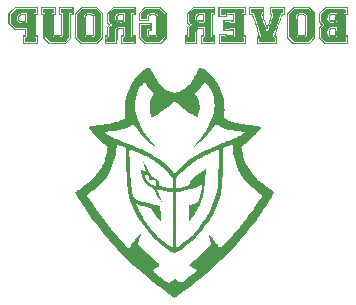
<source format=gbr>
%TF.GenerationSoftware,KiCad,Pcbnew,7.0.1*%
%TF.CreationDate,2023-08-30T02:05:44-03:00*%
%TF.ProjectId,RobotLaberinto_PCB,526f626f-744c-4616-9265-72696e746f5f,rev?*%
%TF.SameCoordinates,Original*%
%TF.FileFunction,Legend,Bot*%
%TF.FilePolarity,Positive*%
%FSLAX46Y46*%
G04 Gerber Fmt 4.6, Leading zero omitted, Abs format (unit mm)*
G04 Created by KiCad (PCBNEW 7.0.1) date 2023-08-30 02:05:44*
%MOMM*%
%LPD*%
G01*
G04 APERTURE LIST*
G04 APERTURE END LIST*
%TO.C,G\u002A\u002A\u002A*%
G36*
X141883630Y-100730868D02*
G01*
X141822141Y-100807142D01*
X141748273Y-100896351D01*
X141683117Y-100972078D01*
X141566673Y-101097653D01*
X141352266Y-101304216D01*
X141102937Y-101517517D01*
X140815907Y-101740014D01*
X140529244Y-101952966D01*
X140579070Y-102186475D01*
X140583302Y-102206249D01*
X140653532Y-102517290D01*
X140722467Y-102789060D01*
X140790935Y-103024201D01*
X140859762Y-103225350D01*
X140929776Y-103395149D01*
X141001801Y-103536236D01*
X141066809Y-103646904D01*
X141260346Y-103949904D01*
X141462531Y-104229811D01*
X141668678Y-104480398D01*
X141874101Y-104695437D01*
X141900117Y-104719088D01*
X141967374Y-104776109D01*
X142060304Y-104851933D01*
X142173816Y-104942636D01*
X142302821Y-105044293D01*
X142442229Y-105152980D01*
X142586950Y-105264772D01*
X142731896Y-105375743D01*
X142871975Y-105481971D01*
X143002098Y-105579529D01*
X143117175Y-105664493D01*
X143212118Y-105732938D01*
X143281835Y-105780940D01*
X143332366Y-105814202D01*
X143157642Y-106103352D01*
X143104294Y-106191637D01*
X142896153Y-106533018D01*
X142688034Y-106867834D01*
X142490636Y-107178582D01*
X142305694Y-107462598D01*
X142134943Y-107717218D01*
X141980120Y-107939778D01*
X141842962Y-108127612D01*
X141830859Y-108143650D01*
X141702961Y-108310569D01*
X141552886Y-108502559D01*
X141385575Y-108713551D01*
X141205964Y-108937474D01*
X141018991Y-109168260D01*
X140829596Y-109399838D01*
X140642716Y-109626139D01*
X140463290Y-109841094D01*
X140296255Y-110038633D01*
X140146550Y-110212687D01*
X140033095Y-110340318D01*
X139841829Y-110546263D01*
X139622003Y-110773797D01*
X139376334Y-111020306D01*
X139107534Y-111283174D01*
X138818320Y-111559785D01*
X138511406Y-111847524D01*
X138189506Y-112143775D01*
X137855335Y-112445923D01*
X137511608Y-112751352D01*
X137499975Y-112761584D01*
X137399896Y-112848372D01*
X137293005Y-112938761D01*
X137177022Y-113034504D01*
X137049669Y-113137357D01*
X136908667Y-113249072D01*
X136751738Y-113371404D01*
X136576602Y-113506106D01*
X136380980Y-113654934D01*
X136162595Y-113819639D01*
X135919167Y-114001978D01*
X135648417Y-114203703D01*
X135348067Y-114426569D01*
X135015837Y-114672329D01*
X134965823Y-114708692D01*
X134922434Y-114738919D01*
X134902821Y-114750771D01*
X134893227Y-114745574D01*
X134853077Y-114718259D01*
X134785188Y-114669846D01*
X134693072Y-114602957D01*
X134580241Y-114520217D01*
X134450205Y-114424250D01*
X134306476Y-114317678D01*
X134152567Y-114203126D01*
X133991988Y-114083216D01*
X133828251Y-113960573D01*
X133664868Y-113837821D01*
X133505350Y-113717581D01*
X133353208Y-113602480D01*
X133211955Y-113495139D01*
X133085102Y-113398182D01*
X132976159Y-113314233D01*
X132888640Y-113245916D01*
X132752500Y-113136933D01*
X132526546Y-112950085D01*
X132283553Y-112742875D01*
X132027678Y-112519198D01*
X131763075Y-112282949D01*
X131493903Y-112038025D01*
X131224316Y-111788320D01*
X130958472Y-111537730D01*
X130700527Y-111290150D01*
X130454636Y-111049476D01*
X130224957Y-110819603D01*
X130015646Y-110604428D01*
X129830859Y-110407844D01*
X129674752Y-110233748D01*
X129578817Y-110122907D01*
X129339239Y-109842444D01*
X129100105Y-109557536D01*
X128864535Y-109272120D01*
X128635654Y-108990130D01*
X128416582Y-108715503D01*
X128210444Y-108452173D01*
X128020360Y-108204078D01*
X127849454Y-107975151D01*
X127700848Y-107769329D01*
X127577665Y-107590548D01*
X127552360Y-107552344D01*
X127480973Y-107442700D01*
X127393325Y-107306180D01*
X127293365Y-107149081D01*
X127185044Y-106977696D01*
X127072313Y-106798321D01*
X126959122Y-106617251D01*
X126849421Y-106440782D01*
X126747160Y-106275209D01*
X126656291Y-106126827D01*
X126628345Y-106080614D01*
X127443682Y-106080614D01*
X127478707Y-106135291D01*
X127500570Y-106169337D01*
X127717295Y-106499126D01*
X127952004Y-106843642D01*
X128200404Y-107197168D01*
X128458205Y-107553988D01*
X128721117Y-107908386D01*
X128984849Y-108254643D01*
X129245109Y-108587045D01*
X129497607Y-108899874D01*
X129738052Y-109187414D01*
X129962154Y-109443947D01*
X129996857Y-109482420D01*
X130081091Y-109574579D01*
X130178192Y-109679532D01*
X130284381Y-109793314D01*
X130395881Y-109911958D01*
X130508911Y-110031498D01*
X130619695Y-110147968D01*
X130724452Y-110257401D01*
X130819404Y-110355832D01*
X130900774Y-110439293D01*
X130964781Y-110503819D01*
X131007648Y-110545443D01*
X131025596Y-110560199D01*
X131026200Y-110560104D01*
X131045805Y-110541331D01*
X131083164Y-110494640D01*
X131133151Y-110426734D01*
X131190640Y-110344321D01*
X131242073Y-110269495D01*
X131318594Y-110160082D01*
X131392970Y-110055598D01*
X131454563Y-109971086D01*
X131464195Y-109958241D01*
X131516175Y-109891275D01*
X131582093Y-109809035D01*
X131657447Y-109716849D01*
X131737738Y-109620047D01*
X131818467Y-109523960D01*
X131895134Y-109433916D01*
X131963238Y-109355246D01*
X132018279Y-109293279D01*
X132055759Y-109253345D01*
X132071176Y-109240773D01*
X132071570Y-109242754D01*
X132065288Y-109272446D01*
X132048495Y-109329373D01*
X132024086Y-109403534D01*
X132013301Y-109435867D01*
X131984356Y-109527261D01*
X131949335Y-109642204D01*
X131911713Y-109769203D01*
X131874965Y-109896767D01*
X131779443Y-110233748D01*
X131959339Y-110402239D01*
X132018260Y-110457572D01*
X132111730Y-110545666D01*
X132219277Y-110647281D01*
X132331807Y-110753820D01*
X132440223Y-110856689D01*
X132517944Y-110929704D01*
X132637654Y-111040259D01*
X132774409Y-111164962D01*
X132919971Y-111296347D01*
X133066101Y-111426949D01*
X133204560Y-111549304D01*
X133237485Y-111578221D01*
X133352826Y-111679880D01*
X133456372Y-111771681D01*
X133544135Y-111850055D01*
X133612132Y-111911430D01*
X133656375Y-111952235D01*
X133672881Y-111968900D01*
X133672904Y-111968977D01*
X133657700Y-111985158D01*
X133613488Y-112021645D01*
X133545486Y-112074387D01*
X133458912Y-112139337D01*
X133358987Y-112212444D01*
X133040123Y-112443046D01*
X133143403Y-112536587D01*
X133152551Y-112544844D01*
X133265466Y-112643286D01*
X133397532Y-112753265D01*
X133542364Y-112869903D01*
X133693577Y-112988326D01*
X133844785Y-113103656D01*
X133989604Y-113211018D01*
X134121648Y-113305535D01*
X134234531Y-113382331D01*
X134321869Y-113436531D01*
X134386111Y-113473137D01*
X134643652Y-113300596D01*
X134901193Y-113128054D01*
X135149011Y-113297361D01*
X135182324Y-113319996D01*
X135269073Y-113377726D01*
X135341625Y-113424276D01*
X135393186Y-113455354D01*
X135416964Y-113466667D01*
X135437360Y-113459732D01*
X135490290Y-113429574D01*
X135568141Y-113378582D01*
X135666460Y-113310104D01*
X135780798Y-113227489D01*
X135906705Y-113134083D01*
X136039730Y-113033237D01*
X136175423Y-112928297D01*
X136309334Y-112822612D01*
X136437013Y-112719530D01*
X136554009Y-112622399D01*
X136655872Y-112534568D01*
X136758428Y-112443889D01*
X136476850Y-112238665D01*
X136413016Y-112192108D01*
X136320822Y-112124751D01*
X136242420Y-112067330D01*
X136184565Y-112024796D01*
X136154012Y-112002099D01*
X136153699Y-112001863D01*
X136140499Y-111993582D01*
X136129856Y-111987054D01*
X136124663Y-111979304D01*
X136127812Y-111967360D01*
X136142196Y-111948249D01*
X136170710Y-111918997D01*
X136216245Y-111876632D01*
X136281695Y-111818179D01*
X136369954Y-111740666D01*
X136483914Y-111641120D01*
X136626468Y-111516568D01*
X136669082Y-111479266D01*
X136845221Y-111324336D01*
X136999223Y-111187277D01*
X137139343Y-111060489D01*
X137273834Y-110936371D01*
X137410950Y-110807324D01*
X137558944Y-110665748D01*
X137726070Y-110504041D01*
X138014247Y-110224118D01*
X137900674Y-109824854D01*
X137899127Y-109819420D01*
X137861994Y-109690860D01*
X137826588Y-109571617D01*
X137795302Y-109469508D01*
X137770529Y-109392348D01*
X137754661Y-109347951D01*
X137740504Y-109313061D01*
X137725861Y-109267802D01*
X137731837Y-109256562D01*
X137760441Y-109278876D01*
X137813683Y-109334278D01*
X137829841Y-109351877D01*
X137999491Y-109545504D01*
X138177902Y-109763659D01*
X138355668Y-109994520D01*
X138523381Y-110226263D01*
X138532560Y-110239372D01*
X138604988Y-110341250D01*
X138669260Y-110429007D01*
X138721458Y-110497488D01*
X138757665Y-110541540D01*
X138773966Y-110556008D01*
X138775660Y-110554974D01*
X138800539Y-110532448D01*
X138849346Y-110484291D01*
X138917983Y-110414775D01*
X139002350Y-110328172D01*
X139098347Y-110228755D01*
X139201874Y-110120796D01*
X139308831Y-110008569D01*
X139415120Y-109896345D01*
X139516639Y-109788398D01*
X139609290Y-109688999D01*
X139688972Y-109602422D01*
X139798950Y-109480574D01*
X140093391Y-109142864D01*
X140397428Y-108778737D01*
X140704553Y-108396390D01*
X141008259Y-108004017D01*
X141302037Y-107609813D01*
X141579379Y-107221974D01*
X141586954Y-107211128D01*
X141649965Y-107120387D01*
X141724785Y-107011925D01*
X141807846Y-106890986D01*
X141895580Y-106762811D01*
X141984417Y-106632643D01*
X142070790Y-106505725D01*
X142151131Y-106387297D01*
X142221870Y-106282604D01*
X142279440Y-106196887D01*
X142320272Y-106135389D01*
X142340798Y-106103352D01*
X142335351Y-106090358D01*
X142300532Y-106054167D01*
X142237523Y-105999376D01*
X142149980Y-105929121D01*
X142041559Y-105846540D01*
X141832450Y-105687901D01*
X141548287Y-105460747D01*
X141297233Y-105243277D01*
X141075965Y-105031244D01*
X140881157Y-104820401D01*
X140709488Y-104606501D01*
X140557631Y-104385296D01*
X140422265Y-104152540D01*
X140300063Y-103903984D01*
X140187704Y-103635381D01*
X140081861Y-103342485D01*
X140052187Y-103251439D01*
X139985015Y-103018528D01*
X139925936Y-102775726D01*
X139876788Y-102532696D01*
X139839406Y-102299099D01*
X139815630Y-102084594D01*
X139807296Y-101898844D01*
X139807011Y-101879163D01*
X139799261Y-101819142D01*
X139780970Y-101799689D01*
X139754846Y-101806385D01*
X139695397Y-101825149D01*
X139609617Y-101853728D01*
X139504256Y-101889869D01*
X139386069Y-101931322D01*
X139017495Y-102061941D01*
X139015519Y-102198153D01*
X139003899Y-102999171D01*
X138999058Y-103294181D01*
X138989989Y-103708140D01*
X138978659Y-104084573D01*
X138964870Y-104426221D01*
X138948426Y-104735827D01*
X138929130Y-105016132D01*
X138906784Y-105269879D01*
X138881192Y-105499810D01*
X138852156Y-105708668D01*
X138819479Y-105899193D01*
X138782965Y-106074130D01*
X138716221Y-106327673D01*
X138605557Y-106661319D01*
X138467313Y-107007918D01*
X138304622Y-107360296D01*
X138120617Y-107711276D01*
X137918433Y-108053685D01*
X137865158Y-108137861D01*
X137590800Y-108545247D01*
X137301554Y-108933897D01*
X137000238Y-109300975D01*
X136689671Y-109643647D01*
X136372673Y-109959076D01*
X136052063Y-110244428D01*
X135730660Y-110496866D01*
X135667577Y-110539666D01*
X135411282Y-110713556D01*
X135096750Y-110891662D01*
X134899061Y-110991957D01*
X134694623Y-110886651D01*
X134602666Y-110837748D01*
X134276987Y-110640730D01*
X133948046Y-110405806D01*
X133618911Y-110135769D01*
X133292648Y-109833417D01*
X132972326Y-109501546D01*
X132661013Y-109142950D01*
X132361775Y-108760427D01*
X132129953Y-108437412D01*
X131877070Y-108053518D01*
X131656123Y-107678400D01*
X131463918Y-107306572D01*
X131297262Y-106932551D01*
X131217532Y-106730289D01*
X131133958Y-106493050D01*
X131063010Y-106257258D01*
X131003501Y-106016721D01*
X130954243Y-105765247D01*
X130914050Y-105496642D01*
X130881734Y-105204715D01*
X130856109Y-104883271D01*
X130835987Y-104526120D01*
X130834802Y-104500325D01*
X130829361Y-104367468D01*
X130823599Y-104206279D01*
X130817661Y-104022628D01*
X130811690Y-103822384D01*
X130805829Y-103611415D01*
X130800223Y-103395592D01*
X130795014Y-103180783D01*
X130790346Y-102972858D01*
X130786363Y-102777686D01*
X130783208Y-102601137D01*
X130781024Y-102449079D01*
X130780684Y-102410369D01*
X131070653Y-102410369D01*
X131070670Y-102546277D01*
X131072489Y-102705473D01*
X131075986Y-102883822D01*
X131081034Y-103077187D01*
X131087509Y-103281432D01*
X131095285Y-103492420D01*
X131104238Y-103706016D01*
X131114242Y-103918082D01*
X131125172Y-104124483D01*
X131136903Y-104321083D01*
X131149309Y-104503744D01*
X131162266Y-104668331D01*
X131184535Y-104904120D01*
X131221529Y-105211753D01*
X131267563Y-105506020D01*
X131325337Y-105803600D01*
X131397552Y-106121169D01*
X131452069Y-106347231D01*
X131622759Y-106413508D01*
X131678903Y-106435147D01*
X131926637Y-106526247D01*
X132166958Y-106606558D01*
X132409747Y-106678883D01*
X132664887Y-106746030D01*
X132942260Y-106810804D01*
X133251748Y-106876011D01*
X133275404Y-106880799D01*
X133399793Y-106906485D01*
X133508512Y-106929760D01*
X133595146Y-106949193D01*
X133653279Y-106963352D01*
X133676499Y-106970806D01*
X133678009Y-106976463D01*
X133681861Y-107016579D01*
X133686262Y-107089483D01*
X133691011Y-107188757D01*
X133695902Y-107307985D01*
X133700734Y-107440750D01*
X133705303Y-107580635D01*
X133709404Y-107721223D01*
X133712835Y-107856098D01*
X133715393Y-107978841D01*
X133716873Y-108083038D01*
X133717073Y-108162270D01*
X133715788Y-108210121D01*
X133710033Y-108292630D01*
X133488888Y-108036069D01*
X133442706Y-107981342D01*
X133324654Y-107831637D01*
X133216009Y-107680523D01*
X133127660Y-107542864D01*
X133123551Y-107535925D01*
X133067209Y-107441069D01*
X133015565Y-107354632D01*
X132974186Y-107285901D01*
X132948638Y-107244164D01*
X132944757Y-107238161D01*
X132925797Y-107214998D01*
X132898819Y-107195036D01*
X132857252Y-107175598D01*
X132794526Y-107154004D01*
X132704069Y-107127578D01*
X132579312Y-107093641D01*
X132531864Y-107080863D01*
X132290139Y-107013019D01*
X132086927Y-106950788D01*
X131919609Y-106893333D01*
X131785563Y-106839814D01*
X131735258Y-106818510D01*
X131682419Y-106798102D01*
X131655114Y-106790216D01*
X131652714Y-106798750D01*
X131664379Y-106839167D01*
X131691808Y-106908312D01*
X131732567Y-107001202D01*
X131784224Y-107112854D01*
X131844344Y-107238286D01*
X131910495Y-107372515D01*
X131980244Y-107510560D01*
X132051156Y-107647438D01*
X132120800Y-107778166D01*
X132186741Y-107897762D01*
X132246546Y-108001244D01*
X132330460Y-108137986D01*
X132571606Y-108496558D01*
X132839046Y-108851071D01*
X133122942Y-109188910D01*
X133413455Y-109497461D01*
X133579308Y-109658408D01*
X133757231Y-109818932D01*
X133937318Y-109966908D01*
X134131674Y-110112231D01*
X134352404Y-110264793D01*
X134366472Y-110274216D01*
X134464053Y-110339266D01*
X134556041Y-110400109D01*
X134632657Y-110450300D01*
X134684121Y-110483395D01*
X134773631Y-110539666D01*
X134773631Y-108172137D01*
X134773631Y-105804607D01*
X134620937Y-105790398D01*
X134402409Y-105766010D01*
X134070407Y-105715713D01*
X133734355Y-105650158D01*
X133694956Y-105641684D01*
X133594645Y-105621076D01*
X133512615Y-105605617D01*
X133456468Y-105596685D01*
X133433805Y-105595658D01*
X133433655Y-105596911D01*
X133442221Y-105625047D01*
X133464857Y-105686013D01*
X133499600Y-105774846D01*
X133544483Y-105886585D01*
X133597544Y-106016269D01*
X133656818Y-106158937D01*
X133669218Y-106188599D01*
X133727502Y-106328883D01*
X133779337Y-106455030D01*
X133822738Y-106562108D01*
X133855717Y-106645181D01*
X133876289Y-106699316D01*
X133882468Y-106719577D01*
X133881818Y-106719576D01*
X133864380Y-106701569D01*
X133827677Y-106656639D01*
X133776601Y-106590929D01*
X133716044Y-106510583D01*
X133654528Y-106425816D01*
X133549617Y-106271413D01*
X133440737Y-106098305D01*
X133323737Y-105899798D01*
X133194466Y-105669195D01*
X133095605Y-105489323D01*
X135010699Y-105489323D01*
X135159199Y-105474690D01*
X135327997Y-105454444D01*
X135608920Y-105402097D01*
X135893824Y-105323764D01*
X136139969Y-105246179D01*
X136153107Y-105107294D01*
X136161423Y-105022551D01*
X136171866Y-104950204D01*
X136188365Y-104893915D01*
X136216031Y-104844902D01*
X136259975Y-104794387D01*
X136325307Y-104733591D01*
X136417140Y-104653734D01*
X136422344Y-104649238D01*
X136523391Y-104563331D01*
X136630039Y-104474806D01*
X136729904Y-104393835D01*
X136810598Y-104330593D01*
X136826614Y-104318487D01*
X136910633Y-104256985D01*
X137007372Y-104188731D01*
X137110936Y-104117602D01*
X137215430Y-104047472D01*
X137314959Y-103982217D01*
X137403628Y-103925713D01*
X137475541Y-103881835D01*
X137524804Y-103854458D01*
X137545522Y-103847458D01*
X137545999Y-103848333D01*
X137547380Y-103877352D01*
X137545131Y-103941923D01*
X137539717Y-104036419D01*
X137531602Y-104155216D01*
X137521251Y-104292688D01*
X137509128Y-104443210D01*
X137495697Y-104601157D01*
X137481422Y-104760904D01*
X137466769Y-104916826D01*
X137452200Y-105063298D01*
X137438181Y-105194695D01*
X137425176Y-105305390D01*
X137420964Y-105338274D01*
X137400547Y-105484563D01*
X137376889Y-105638044D01*
X137352597Y-105782361D01*
X137330276Y-105901160D01*
X137261144Y-106184608D01*
X137149369Y-106528790D01*
X137010062Y-106870296D01*
X136848354Y-107196749D01*
X136669375Y-107495772D01*
X136646470Y-107530106D01*
X136580922Y-107625934D01*
X136507233Y-107730960D01*
X136429434Y-107839717D01*
X136351558Y-107946739D01*
X136277640Y-108046561D01*
X136211711Y-108133715D01*
X136157805Y-108202735D01*
X136119954Y-108248156D01*
X136102193Y-108264511D01*
X136099844Y-108255891D01*
X136097077Y-108211935D01*
X136095279Y-108136423D01*
X136094391Y-108035746D01*
X136094353Y-107916298D01*
X136095108Y-107784470D01*
X136096596Y-107646657D01*
X136098759Y-107509249D01*
X136101538Y-107378641D01*
X136104874Y-107261225D01*
X136108708Y-107163393D01*
X136112982Y-107091538D01*
X136124928Y-106940041D01*
X136265407Y-106887436D01*
X136302884Y-106873462D01*
X136399370Y-106837771D01*
X136509656Y-106797247D01*
X136616500Y-106758235D01*
X136681203Y-106733414D01*
X136764577Y-106697350D01*
X136828348Y-106664872D01*
X136862334Y-106640841D01*
X136865606Y-106636852D01*
X136899134Y-106578312D01*
X136937443Y-106484832D01*
X136978855Y-106362417D01*
X137021691Y-106217075D01*
X137064273Y-106054809D01*
X137104924Y-105881627D01*
X137141964Y-105703533D01*
X137173716Y-105526534D01*
X137173933Y-105525206D01*
X137191519Y-105417880D01*
X137207648Y-105319688D01*
X137220542Y-105241440D01*
X137228422Y-105193951D01*
X137240045Y-105124634D01*
X137117825Y-105186154D01*
X136965052Y-105260256D01*
X136579196Y-105423211D01*
X136175959Y-105559263D01*
X135748942Y-105670421D01*
X135291742Y-105758690D01*
X135289742Y-105759016D01*
X135192519Y-105775403D01*
X135111865Y-105789922D01*
X135056126Y-105801006D01*
X135033649Y-105807092D01*
X135033357Y-105809234D01*
X135032457Y-105842842D01*
X135031684Y-105915104D01*
X135031042Y-106023346D01*
X135030534Y-106164893D01*
X135030161Y-106337069D01*
X135029925Y-106537202D01*
X135029830Y-106762615D01*
X135029878Y-107010635D01*
X135030070Y-107278588D01*
X135030410Y-107563797D01*
X135030900Y-107863590D01*
X135031542Y-108175291D01*
X135036898Y-110536027D01*
X135322930Y-110332235D01*
X135472667Y-110224279D01*
X135718997Y-110039501D01*
X135938597Y-109863766D01*
X136138559Y-109690826D01*
X136325974Y-109514434D01*
X136507932Y-109328341D01*
X136691524Y-109126299D01*
X136935302Y-108836075D01*
X137236214Y-108440103D01*
X137518224Y-108026339D01*
X137771654Y-107608382D01*
X137986126Y-107198878D01*
X138183946Y-106740960D01*
X138340642Y-106276825D01*
X138456651Y-105805157D01*
X138532413Y-105324640D01*
X138535966Y-105292172D01*
X138548532Y-105154228D01*
X138561302Y-104980851D01*
X138574037Y-104777229D01*
X138586498Y-104548551D01*
X138598446Y-104300007D01*
X138609642Y-104036786D01*
X138619847Y-103764076D01*
X138628823Y-103487068D01*
X138636331Y-103210949D01*
X138642131Y-102940909D01*
X138655760Y-102198153D01*
X138510177Y-102252808D01*
X138306534Y-102332567D01*
X138064895Y-102434146D01*
X137814245Y-102545837D01*
X137562740Y-102663718D01*
X137318535Y-102783861D01*
X137089786Y-102902343D01*
X136884648Y-103015238D01*
X136711277Y-103118620D01*
X136515949Y-103246338D01*
X136294321Y-103402301D01*
X136075842Y-103566955D01*
X135865333Y-103736152D01*
X135667610Y-103905742D01*
X135487494Y-104071576D01*
X135329803Y-104229506D01*
X135199354Y-104375383D01*
X135100968Y-104505058D01*
X135030219Y-104610365D01*
X135020459Y-105049844D01*
X135010699Y-105489323D01*
X133095605Y-105489323D01*
X133081876Y-105464344D01*
X132862857Y-105344434D01*
X132772026Y-105292417D01*
X132593164Y-105170985D01*
X132447894Y-105039518D01*
X132330291Y-104891084D01*
X132234429Y-104718752D01*
X132154384Y-104515589D01*
X132147839Y-104494818D01*
X132126961Y-104413332D01*
X132107076Y-104315839D01*
X132100046Y-104274163D01*
X132358055Y-104274163D01*
X132369775Y-104329102D01*
X132390357Y-104404703D01*
X132416913Y-104491525D01*
X132446553Y-104580127D01*
X132476392Y-104661070D01*
X132503539Y-104724914D01*
X132525295Y-104767958D01*
X132602339Y-104886117D01*
X132700058Y-104987570D01*
X132825569Y-105078829D01*
X132985990Y-105166408D01*
X133063997Y-105203278D01*
X133153247Y-105242643D01*
X133226509Y-105271909D01*
X133273010Y-105286566D01*
X133341459Y-105300125D01*
X133341209Y-105092144D01*
X133340960Y-104884163D01*
X133228644Y-104806206D01*
X133116328Y-104728250D01*
X133027385Y-104772255D01*
X133020712Y-104775535D01*
X132961331Y-104800063D01*
X132913568Y-104804545D01*
X132855537Y-104791422D01*
X132818271Y-104777559D01*
X132750401Y-104727493D01*
X132711501Y-104650698D01*
X132699087Y-104543230D01*
X132699087Y-104432119D01*
X132531717Y-104337590D01*
X132492951Y-104315962D01*
X132425627Y-104279851D01*
X132377840Y-104256213D01*
X132358055Y-104249352D01*
X132358055Y-104274163D01*
X132100046Y-104274163D01*
X132089537Y-104211862D01*
X132075699Y-104110921D01*
X132066914Y-104022540D01*
X132064538Y-103956239D01*
X132069923Y-103921541D01*
X132085571Y-103921654D01*
X132131765Y-103937699D01*
X132200214Y-103968103D01*
X132282898Y-104009554D01*
X132351130Y-104044683D01*
X132422367Y-104079339D01*
X132472486Y-104101292D01*
X132493524Y-104106863D01*
X132494901Y-104094302D01*
X132482312Y-104059308D01*
X132481486Y-104057583D01*
X132468670Y-104023253D01*
X132445998Y-103956660D01*
X132415716Y-103864880D01*
X132380070Y-103754987D01*
X132341308Y-103634056D01*
X132301676Y-103509163D01*
X132263420Y-103387383D01*
X132228787Y-103275790D01*
X132200024Y-103181459D01*
X132179376Y-103111466D01*
X132169091Y-103072886D01*
X132169772Y-103069783D01*
X132183777Y-103089296D01*
X132212101Y-103138479D01*
X132251742Y-103212008D01*
X132299701Y-103304561D01*
X132318804Y-103341961D01*
X132441613Y-103578256D01*
X132554928Y-103789001D01*
X132656922Y-103970924D01*
X132745770Y-104120758D01*
X132819646Y-104235234D01*
X132826462Y-104245086D01*
X132875237Y-104310565D01*
X132926785Y-104368204D01*
X132989296Y-104425615D01*
X133070961Y-104490414D01*
X133179970Y-104570215D01*
X133210540Y-104592167D01*
X133309133Y-104663632D01*
X133400580Y-104730836D01*
X133475808Y-104787077D01*
X133525746Y-104825654D01*
X133615257Y-104897514D01*
X133615257Y-105074378D01*
X133615257Y-105251242D01*
X133769630Y-105300125D01*
X133849042Y-105325271D01*
X133889205Y-105337208D01*
X133998816Y-105365172D01*
X134129071Y-105393906D01*
X134269721Y-105421559D01*
X134410521Y-105446285D01*
X134541223Y-105466234D01*
X134651580Y-105479559D01*
X134731345Y-105484412D01*
X134742753Y-105483542D01*
X134753868Y-105477181D01*
X134761937Y-105460081D01*
X134767446Y-105427009D01*
X134770883Y-105372737D01*
X134772735Y-105292034D01*
X134773488Y-105179668D01*
X134773631Y-105030411D01*
X134773631Y-104576410D01*
X134441915Y-104244272D01*
X134214715Y-104023127D01*
X133818293Y-103668077D01*
X133422638Y-103353319D01*
X133026243Y-103077764D01*
X132627602Y-102840320D01*
X132225207Y-102639897D01*
X132140848Y-102602596D01*
X132027976Y-102554007D01*
X131901135Y-102500430D01*
X131766185Y-102444243D01*
X131628989Y-102387827D01*
X131495409Y-102333561D01*
X131371306Y-102283825D01*
X131262542Y-102240999D01*
X131174980Y-102207463D01*
X131114481Y-102185596D01*
X131086907Y-102177778D01*
X131082665Y-102183740D01*
X131076525Y-102224964D01*
X131072563Y-102301886D01*
X131070653Y-102410369D01*
X130780684Y-102410369D01*
X130779955Y-102327382D01*
X130780144Y-102241915D01*
X130782504Y-102063846D01*
X130413930Y-101932206D01*
X130298665Y-101891407D01*
X130193408Y-101854874D01*
X130107714Y-101825893D01*
X130048266Y-101806722D01*
X130021746Y-101799620D01*
X130018678Y-101800540D01*
X130005368Y-101829199D01*
X129993359Y-101894901D01*
X129983471Y-101993491D01*
X129963885Y-102204797D01*
X129892821Y-102670975D01*
X129783785Y-103122345D01*
X129635512Y-103563638D01*
X129446734Y-103999586D01*
X129355358Y-104180177D01*
X129247190Y-104370480D01*
X129130319Y-104550093D01*
X129001213Y-104722881D01*
X128856342Y-104892709D01*
X128692174Y-105063441D01*
X128505181Y-105238941D01*
X128291830Y-105423074D01*
X128048591Y-105619704D01*
X127771934Y-105832695D01*
X127443682Y-106080614D01*
X126628345Y-106080614D01*
X126580763Y-106001930D01*
X126468098Y-105813894D01*
X126518594Y-105780786D01*
X126539069Y-105766390D01*
X126591582Y-105728250D01*
X126670134Y-105670593D01*
X126770456Y-105596568D01*
X126888283Y-105509326D01*
X127019346Y-105412017D01*
X127159379Y-105307791D01*
X127341362Y-105170632D01*
X127562654Y-104997876D01*
X127755955Y-104838021D01*
X127926007Y-104686075D01*
X128077554Y-104537044D01*
X128215339Y-104385934D01*
X128344104Y-104227752D01*
X128468594Y-104057505D01*
X128593551Y-103870198D01*
X128723718Y-103660838D01*
X128753281Y-103611005D01*
X128833703Y-103463139D01*
X128905687Y-103309150D01*
X128971278Y-103143067D01*
X129032518Y-102958918D01*
X129091452Y-102750733D01*
X129150122Y-102512541D01*
X129210573Y-102238372D01*
X129271071Y-101951453D01*
X129026373Y-101772168D01*
X128926782Y-101697896D01*
X128691695Y-101511884D01*
X128473674Y-101324214D01*
X128279841Y-101141182D01*
X128117323Y-100969082D01*
X128113572Y-100964805D01*
X128041608Y-100880764D01*
X127962915Y-100785757D01*
X127901689Y-100709967D01*
X128934510Y-100709967D01*
X128984460Y-100749098D01*
X128984951Y-100749482D01*
X129022213Y-100776691D01*
X129085561Y-100821083D01*
X129166255Y-100876596D01*
X129255555Y-100937166D01*
X129317665Y-100978375D01*
X129394061Y-101026979D01*
X129472613Y-101074119D01*
X129556183Y-101121062D01*
X129647631Y-101169076D01*
X129749820Y-101219430D01*
X129865610Y-101273392D01*
X129997863Y-101332229D01*
X130149441Y-101397209D01*
X130323204Y-101469601D01*
X130522015Y-101550671D01*
X130748734Y-101641689D01*
X131006224Y-101743922D01*
X131297345Y-101858639D01*
X131624958Y-101987106D01*
X131745941Y-102035095D01*
X132102039Y-102184896D01*
X132428027Y-102336319D01*
X132732872Y-102493680D01*
X133025539Y-102661294D01*
X133245042Y-102797107D01*
X133612043Y-103043308D01*
X133944590Y-103292408D01*
X134240798Y-103542868D01*
X134498782Y-103793148D01*
X134716654Y-104041709D01*
X134725787Y-104053138D01*
X134789035Y-104131258D01*
X134842331Y-104195351D01*
X134880308Y-104239059D01*
X134897598Y-104256027D01*
X134912483Y-104244310D01*
X134948108Y-104205265D01*
X134998474Y-104145135D01*
X135057960Y-104070425D01*
X135236267Y-103858325D01*
X135489778Y-103601728D01*
X135781429Y-103350396D01*
X136189260Y-103040643D01*
X136621806Y-102750028D01*
X137066353Y-102490778D01*
X137531940Y-102257642D01*
X138027612Y-102045363D01*
X138066491Y-102029954D01*
X138200229Y-101976947D01*
X138361226Y-101913131D01*
X138540680Y-101841996D01*
X138729787Y-101767033D01*
X138919742Y-101691730D01*
X139101741Y-101619578D01*
X139190826Y-101584077D01*
X139364165Y-101514024D01*
X139533379Y-101444460D01*
X139691442Y-101378337D01*
X139831326Y-101318609D01*
X139946001Y-101268228D01*
X140028441Y-101230149D01*
X140065548Y-101211700D01*
X140166200Y-101158124D01*
X140278738Y-101094369D01*
X140396187Y-101024783D01*
X140511571Y-100953709D01*
X140617914Y-100885494D01*
X140708243Y-100824482D01*
X140775580Y-100775019D01*
X140812951Y-100741450D01*
X140817217Y-100730868D01*
X140806315Y-100720626D01*
X140773884Y-100711108D01*
X140714812Y-100701265D01*
X140623986Y-100690045D01*
X140496294Y-100676398D01*
X140409977Y-100667232D01*
X140075747Y-100625314D01*
X139776062Y-100575996D01*
X139505097Y-100517711D01*
X139257032Y-100448891D01*
X139026043Y-100367967D01*
X138806308Y-100273371D01*
X138592006Y-100163536D01*
X138520617Y-100124558D01*
X138448379Y-100086237D01*
X138396795Y-100060189D01*
X138373906Y-100050581D01*
X138369349Y-100053471D01*
X138344797Y-100082054D01*
X138306057Y-100134683D01*
X138259204Y-100203276D01*
X138236105Y-100237886D01*
X138085312Y-100451837D01*
X137919453Y-100669344D01*
X137745419Y-100882218D01*
X137570100Y-101082266D01*
X137400385Y-101261299D01*
X137243165Y-101411125D01*
X137213645Y-101437155D01*
X137118782Y-101518027D01*
X137013253Y-101604701D01*
X136902440Y-101693089D01*
X136791727Y-101779099D01*
X136686498Y-101858643D01*
X136592136Y-101927629D01*
X136514025Y-101981969D01*
X136457548Y-102017572D01*
X136428088Y-102030349D01*
X136427905Y-102029553D01*
X136442884Y-102007962D01*
X136480755Y-101960399D01*
X136537622Y-101891592D01*
X136609589Y-101806271D01*
X136692759Y-101709163D01*
X136906968Y-101457761D01*
X137099152Y-101224843D01*
X137266959Y-101012037D01*
X137413412Y-100814740D01*
X137541534Y-100628351D01*
X137654345Y-100448268D01*
X137754869Y-100269890D01*
X137846127Y-100088615D01*
X137931141Y-99899841D01*
X138012934Y-99698966D01*
X138119488Y-99397161D01*
X138206317Y-99071497D01*
X138257461Y-98757997D01*
X138273142Y-98451602D01*
X138253587Y-98147255D01*
X138199021Y-97839898D01*
X138109667Y-97524475D01*
X138035960Y-97328212D01*
X137943289Y-97127566D01*
X137839304Y-96939662D01*
X137728388Y-96771728D01*
X137614928Y-96630996D01*
X137503308Y-96524695D01*
X137472807Y-96502382D01*
X137432662Y-96480359D01*
X137413763Y-96480781D01*
X137402641Y-96501187D01*
X137372430Y-96550599D01*
X137328346Y-96620174D01*
X137275388Y-96701925D01*
X137249779Y-96739724D01*
X137149814Y-96871655D01*
X137024828Y-97018303D01*
X136881459Y-97171756D01*
X136860326Y-97193460D01*
X136770931Y-97286348D01*
X136707452Y-97355065D01*
X136666423Y-97404058D01*
X136644378Y-97437772D01*
X136637851Y-97460653D01*
X136643377Y-97477146D01*
X136737087Y-97619298D01*
X136820392Y-97762889D01*
X136887316Y-97896911D01*
X136931971Y-98010483D01*
X136954750Y-98087523D01*
X137001962Y-98311870D01*
X137019998Y-98539563D01*
X137008682Y-98777187D01*
X136967838Y-99031329D01*
X136897291Y-99308575D01*
X136882848Y-99358483D01*
X136865567Y-99409524D01*
X136845550Y-99438427D01*
X136815611Y-99446281D01*
X136768561Y-99434175D01*
X136697213Y-99403195D01*
X136594381Y-99354431D01*
X136520525Y-99317432D01*
X136341903Y-99214883D01*
X136138890Y-99082643D01*
X135913594Y-98922242D01*
X135668121Y-98735210D01*
X135404578Y-98523076D01*
X135125073Y-98287372D01*
X134897327Y-98091237D01*
X134682784Y-98277307D01*
X134588907Y-98358095D01*
X134318813Y-98583266D01*
X134061225Y-98787132D01*
X133819100Y-98967535D01*
X133595397Y-99122322D01*
X133393075Y-99249338D01*
X133215091Y-99346428D01*
X133124863Y-99391038D01*
X133046120Y-99427896D01*
X132993114Y-99446033D01*
X132959024Y-99444867D01*
X132937028Y-99423817D01*
X132920304Y-99382301D01*
X132902031Y-99319737D01*
X132891060Y-99281692D01*
X132846901Y-99117369D01*
X132816111Y-98976518D01*
X132796664Y-98846236D01*
X132786536Y-98713616D01*
X132783700Y-98565755D01*
X132783874Y-98534415D01*
X132795327Y-98318213D01*
X132827294Y-98126927D01*
X132883435Y-97948527D01*
X132967411Y-97770982D01*
X133082880Y-97582260D01*
X133177065Y-97441220D01*
X132959137Y-97224217D01*
X132922378Y-97187250D01*
X132731392Y-96980426D01*
X132575787Y-96783401D01*
X132452115Y-96591879D01*
X132415959Y-96532504D01*
X132384482Y-96488014D01*
X132366110Y-96470776D01*
X132353890Y-96474416D01*
X132313414Y-96503503D01*
X132257144Y-96555946D01*
X132191480Y-96624873D01*
X132122821Y-96703407D01*
X132057566Y-96784676D01*
X132002115Y-96861803D01*
X131919995Y-96994681D01*
X131786830Y-97259088D01*
X131677837Y-97543422D01*
X131595224Y-97839076D01*
X131541205Y-98137447D01*
X131517988Y-98429930D01*
X131527786Y-98707919D01*
X131542986Y-98828774D01*
X131599091Y-99113429D01*
X131683345Y-99413365D01*
X131792570Y-99720848D01*
X131923594Y-100028141D01*
X132073242Y-100327508D01*
X132238338Y-100611215D01*
X132415708Y-100871525D01*
X132434994Y-100897196D01*
X132505791Y-100988340D01*
X132596190Y-101101576D01*
X132700271Y-101229737D01*
X132812115Y-101365656D01*
X132925800Y-101502168D01*
X133035408Y-101632104D01*
X133135017Y-101748300D01*
X133218707Y-101843587D01*
X133261659Y-101892223D01*
X133313714Y-101953207D01*
X133349324Y-101997540D01*
X133362520Y-102017985D01*
X133360786Y-102019650D01*
X133335420Y-102009083D01*
X133284137Y-101977881D01*
X133212507Y-101929935D01*
X133126100Y-101869139D01*
X133030485Y-101799384D01*
X132931232Y-101724563D01*
X132833911Y-101648568D01*
X132791563Y-101614540D01*
X132527069Y-101386317D01*
X132284460Y-101146474D01*
X132048583Y-100880185D01*
X132030175Y-100857981D01*
X131954045Y-100763597D01*
X131868646Y-100654536D01*
X131779055Y-100537598D01*
X131690350Y-100419584D01*
X131607605Y-100307295D01*
X131535899Y-100207532D01*
X131480308Y-100127097D01*
X131445907Y-100072789D01*
X131434387Y-100059488D01*
X131411851Y-100057481D01*
X131371699Y-100073486D01*
X131305002Y-100109851D01*
X131200899Y-100166760D01*
X130994129Y-100268716D01*
X130779421Y-100362417D01*
X130577077Y-100438692D01*
X130457810Y-100475178D01*
X130275799Y-100520867D01*
X130066080Y-100564861D01*
X129836688Y-100605754D01*
X129595658Y-100642135D01*
X129351026Y-100672597D01*
X129110828Y-100695730D01*
X128934510Y-100709967D01*
X127901689Y-100709967D01*
X127881693Y-100685214D01*
X127802138Y-100584559D01*
X127728449Y-100489221D01*
X127664822Y-100404628D01*
X127615457Y-100336205D01*
X127584549Y-100289382D01*
X127576298Y-100269583D01*
X127590411Y-100266381D01*
X127641941Y-100257969D01*
X127726564Y-100245338D01*
X127839428Y-100229180D01*
X127975677Y-100210189D01*
X128130460Y-100189057D01*
X128298921Y-100166476D01*
X128429865Y-100148978D01*
X128718912Y-100109376D01*
X128972032Y-100072937D01*
X129193443Y-100038779D01*
X129387364Y-100006021D01*
X129558014Y-99973778D01*
X129709614Y-99941169D01*
X129846382Y-99907310D01*
X129972537Y-99871321D01*
X130092299Y-99832317D01*
X130209887Y-99789417D01*
X130329520Y-99741737D01*
X130417430Y-99704154D01*
X130518090Y-99658141D01*
X130609041Y-99613639D01*
X130683008Y-99574366D01*
X130732717Y-99544040D01*
X130750894Y-99526378D01*
X130750730Y-99524374D01*
X130745074Y-99492405D01*
X130732979Y-99432451D01*
X130716659Y-99355556D01*
X130703538Y-99273345D01*
X130692247Y-99145672D01*
X130685441Y-98993584D01*
X130683109Y-98826529D01*
X130685236Y-98653951D01*
X130691811Y-98485296D01*
X130702820Y-98330009D01*
X130718249Y-98197535D01*
X130766050Y-97930654D01*
X130870279Y-97524813D01*
X131009162Y-97136441D01*
X131181199Y-96769518D01*
X131384888Y-96428027D01*
X131438554Y-96349405D01*
X131644360Y-96077524D01*
X131856933Y-95843934D01*
X132079503Y-95645672D01*
X132315300Y-95479774D01*
X132567557Y-95343278D01*
X132590427Y-95332429D01*
X132662367Y-95297750D01*
X132718257Y-95273910D01*
X132762607Y-95264188D01*
X132799924Y-95271861D01*
X132834718Y-95300208D01*
X132871497Y-95352504D01*
X132914771Y-95432029D01*
X132969047Y-95542060D01*
X133038834Y-95685875D01*
X133113979Y-95836690D01*
X133240711Y-96075352D01*
X133361888Y-96281512D01*
X133480876Y-96460419D01*
X133601037Y-96617323D01*
X133725739Y-96757474D01*
X133806925Y-96838737D01*
X134000953Y-97005297D01*
X134207374Y-97142567D01*
X134435502Y-97256260D01*
X134694651Y-97352094D01*
X134900000Y-97417750D01*
X135105348Y-97352250D01*
X135263700Y-97297336D01*
X135496252Y-97195599D01*
X135703923Y-97073928D01*
X135896675Y-96926159D01*
X136084468Y-96746125D01*
X136170215Y-96652368D01*
X136265479Y-96537088D01*
X136356000Y-96413123D01*
X136445708Y-96274331D01*
X136538535Y-96114571D01*
X136638414Y-95927700D01*
X136749275Y-95707577D01*
X136794285Y-95615593D01*
X136856671Y-95487881D01*
X136906104Y-95392255D01*
X136947357Y-95325775D01*
X136985205Y-95285501D01*
X137024423Y-95268496D01*
X137069783Y-95271818D01*
X137126061Y-95292528D01*
X137198030Y-95327687D01*
X137290464Y-95374355D01*
X137365920Y-95413383D01*
X137628500Y-95578659D01*
X137878399Y-95782971D01*
X138114357Y-96025065D01*
X138335111Y-96303686D01*
X138539402Y-96617579D01*
X138592754Y-96711506D01*
X138737455Y-97006740D01*
X138864464Y-97328137D01*
X138969942Y-97665249D01*
X139050052Y-98007629D01*
X139050159Y-98008182D01*
X139082568Y-98211324D01*
X139105346Y-98430103D01*
X139118359Y-98655111D01*
X139121476Y-98876940D01*
X139114563Y-99086181D01*
X139097487Y-99273428D01*
X139070116Y-99429271D01*
X139065754Y-99447910D01*
X139054390Y-99499911D01*
X139049590Y-99527696D01*
X139049615Y-99528104D01*
X139069122Y-99544978D01*
X139119913Y-99574285D01*
X139194644Y-99612586D01*
X139285973Y-99656439D01*
X139386556Y-99702405D01*
X139489050Y-99747041D01*
X139586111Y-99786909D01*
X139670398Y-99818568D01*
X139733843Y-99840426D01*
X139834130Y-99873168D01*
X139933742Y-99902858D01*
X140036930Y-99930304D01*
X140147944Y-99956310D01*
X140271033Y-99981684D01*
X140410447Y-100007230D01*
X140570436Y-100033755D01*
X140755249Y-100062065D01*
X140969137Y-100092965D01*
X141216350Y-100127262D01*
X141501136Y-100165762D01*
X141634861Y-100183805D01*
X141792934Y-100205474D01*
X141933503Y-100225125D01*
X142051716Y-100242058D01*
X142142722Y-100255578D01*
X142201669Y-100264987D01*
X142223706Y-100269588D01*
X142223883Y-100272115D01*
X142208790Y-100300057D01*
X142172468Y-100353426D01*
X142119196Y-100426665D01*
X142053249Y-100514214D01*
X141978906Y-100610516D01*
X141900444Y-100710011D01*
X141883630Y-100730868D01*
G37*
G36*
X128864470Y-92704607D02*
G01*
X128864470Y-92764034D01*
X128610225Y-93019607D01*
X128355980Y-93275179D01*
X127658874Y-93275179D01*
X126961768Y-93275179D01*
X126723460Y-93014792D01*
X126485151Y-92754406D01*
X126485151Y-91679040D01*
X126485151Y-90691142D01*
X126577852Y-90691142D01*
X126578120Y-91697333D01*
X126578388Y-92703524D01*
X126792520Y-92927551D01*
X127006651Y-93151578D01*
X127658109Y-93151578D01*
X128309567Y-93151578D01*
X128525218Y-92928093D01*
X128740869Y-92704607D01*
X128740869Y-91685084D01*
X128740869Y-90665562D01*
X128517615Y-90440808D01*
X128294362Y-90216055D01*
X127654988Y-90216055D01*
X127015615Y-90216055D01*
X126796733Y-90453598D01*
X126577852Y-90691142D01*
X126485151Y-90691142D01*
X126485151Y-90603675D01*
X126723903Y-90363515D01*
X126962655Y-90123354D01*
X127657990Y-90123354D01*
X128353325Y-90123354D01*
X128608897Y-90377599D01*
X128864470Y-90631844D01*
X128864470Y-91697939D01*
X128864470Y-92704607D01*
G37*
G36*
X130625784Y-90834060D02*
G01*
X130625784Y-91065812D01*
X130625784Y-91390264D01*
X130376205Y-91390264D01*
X130298694Y-91389879D01*
X130199345Y-91385388D01*
X130134245Y-91372023D01*
X130085771Y-91345101D01*
X130036302Y-91299940D01*
X129972476Y-91205797D01*
X129942325Y-91077559D01*
X130070748Y-91077559D01*
X130080750Y-91170327D01*
X130106660Y-91229583D01*
X130141659Y-91245872D01*
X130226549Y-91260946D01*
X130338411Y-91266663D01*
X130533083Y-91266663D01*
X130533083Y-91050361D01*
X130533083Y-90834060D01*
X130333319Y-90834060D01*
X130268589Y-90834794D01*
X130180410Y-90842033D01*
X130129996Y-90860354D01*
X130101567Y-90893829D01*
X130100060Y-90896732D01*
X130077051Y-90977590D01*
X130070748Y-91077559D01*
X129942325Y-91077559D01*
X129941858Y-91075571D01*
X129958411Y-90942264D01*
X130022723Y-90826335D01*
X130052808Y-90794275D01*
X130093302Y-90765111D01*
X130147614Y-90749243D01*
X130231733Y-90742662D01*
X130361649Y-90741359D01*
X130625784Y-90741359D01*
X130625784Y-90834060D01*
G37*
G36*
X122344518Y-90834060D02*
G01*
X122344518Y-91096712D01*
X122344518Y-91452065D01*
X122076133Y-91452065D01*
X122033101Y-91451942D01*
X121912244Y-91448614D01*
X121832986Y-91438404D01*
X121779568Y-91418197D01*
X121736230Y-91384878D01*
X121704282Y-91349879D01*
X121679219Y-91298031D01*
X121667570Y-91221198D01*
X121665438Y-91131516D01*
X121760629Y-91131516D01*
X121773772Y-91235669D01*
X121800428Y-91305288D01*
X121840626Y-91336968D01*
X121912905Y-91354357D01*
X122031197Y-91359364D01*
X122220917Y-91359364D01*
X122220917Y-91096712D01*
X122220917Y-90834060D01*
X122021153Y-90834060D01*
X121956423Y-90834794D01*
X121868245Y-90842033D01*
X121817830Y-90860354D01*
X121789401Y-90893829D01*
X121777666Y-90923305D01*
X121761696Y-91018753D01*
X121760629Y-91131516D01*
X121665438Y-91131516D01*
X121664713Y-91101042D01*
X121665730Y-91023952D01*
X121674159Y-90927518D01*
X121694769Y-90863363D01*
X121731900Y-90812876D01*
X121752215Y-90792750D01*
X121793139Y-90765426D01*
X121849821Y-90749905D01*
X121937597Y-90742958D01*
X122071803Y-90741359D01*
X122344518Y-90741359D01*
X122344518Y-90834060D01*
G37*
G36*
X146817511Y-92689525D02*
G01*
X146817511Y-92764034D01*
X146563266Y-93019607D01*
X146309022Y-93275179D01*
X145624836Y-93275179D01*
X144940651Y-93275179D01*
X144689888Y-93020252D01*
X144439125Y-92765325D01*
X144439093Y-92691774D01*
X144530893Y-92691774D01*
X144693119Y-92866446D01*
X144701941Y-92875927D01*
X144789074Y-92967854D01*
X144866063Y-93046353D01*
X144917146Y-93095320D01*
X144941632Y-93112378D01*
X144979184Y-93126428D01*
X145036439Y-93136534D01*
X145121813Y-93143348D01*
X145243728Y-93147521D01*
X145410601Y-93149704D01*
X145630852Y-93150550D01*
X146282758Y-93151578D01*
X146503784Y-92920551D01*
X146724810Y-92689525D01*
X146724810Y-91691542D01*
X146724810Y-90693559D01*
X146484650Y-90454807D01*
X146244489Y-90216055D01*
X145612209Y-90216055D01*
X144979928Y-90216055D01*
X144756449Y-90455532D01*
X144532970Y-90695009D01*
X144531932Y-91693391D01*
X144530893Y-92691774D01*
X144439093Y-92691774D01*
X144438659Y-91698154D01*
X144438192Y-90630983D01*
X144673121Y-90377169D01*
X144908049Y-90123354D01*
X145624808Y-90123354D01*
X146341567Y-90123354D01*
X146579539Y-90368077D01*
X146817511Y-90612800D01*
X146817511Y-91688417D01*
X146817511Y-92689525D01*
G37*
G36*
X137392937Y-90834060D02*
G01*
X137392937Y-91045211D01*
X137392165Y-91128236D01*
X137388026Y-91246490D01*
X137381111Y-91331769D01*
X137372337Y-91369664D01*
X137370965Y-91370734D01*
X137326850Y-91380614D01*
X137239933Y-91387609D01*
X137127506Y-91390264D01*
X137014386Y-91388059D01*
X136929048Y-91377375D01*
X136867053Y-91353131D01*
X136808203Y-91310267D01*
X136793590Y-91297718D01*
X136741750Y-91240975D01*
X136718501Y-91175737D01*
X136713132Y-91075560D01*
X136717331Y-91035038D01*
X136808758Y-91035038D01*
X136817631Y-91137903D01*
X136862341Y-91215524D01*
X136888573Y-91233677D01*
X136974499Y-91258790D01*
X137109543Y-91266663D01*
X137300236Y-91266663D01*
X137300236Y-91050361D01*
X137300236Y-90834060D01*
X137101137Y-90834060D01*
X137023635Y-90835154D01*
X136940255Y-90843551D01*
X136889597Y-90864437D01*
X136853935Y-90902736D01*
X136836407Y-90932518D01*
X136808758Y-91035038D01*
X136717331Y-91035038D01*
X136726851Y-90943163D01*
X136777036Y-90831105D01*
X136778368Y-90829236D01*
X136811394Y-90787167D01*
X136846946Y-90761257D01*
X136899842Y-90747594D01*
X136984900Y-90742266D01*
X137116939Y-90741359D01*
X137392937Y-90741359D01*
X137392937Y-90834060D01*
G37*
G36*
X148609725Y-90834060D02*
G01*
X148609725Y-91045211D01*
X148608954Y-91128236D01*
X148604814Y-91246490D01*
X148597900Y-91331769D01*
X148589125Y-91369664D01*
X148586687Y-91371337D01*
X148539686Y-91380935D01*
X148450452Y-91387703D01*
X148335889Y-91390264D01*
X148309696Y-91390215D01*
X148195599Y-91387032D01*
X148121180Y-91375382D01*
X148067741Y-91350403D01*
X148016586Y-91307232D01*
X147998999Y-91289806D01*
X147954963Y-91231433D01*
X147934766Y-91161188D01*
X147929920Y-91054297D01*
X147931777Y-91010657D01*
X148025880Y-91010657D01*
X148027703Y-91115894D01*
X148054608Y-91206894D01*
X148067366Y-91226143D01*
X148105057Y-91251367D01*
X148172796Y-91263517D01*
X148286360Y-91266663D01*
X148486124Y-91266663D01*
X148486124Y-91050361D01*
X148486124Y-90834060D01*
X148302930Y-90834060D01*
X148256865Y-90834836D01*
X148138287Y-90849190D01*
X148071178Y-90882617D01*
X148047713Y-90919050D01*
X148025880Y-91010657D01*
X147931777Y-91010657D01*
X147933924Y-90960206D01*
X147954158Y-90875997D01*
X147997107Y-90812876D01*
X148017422Y-90792750D01*
X148058346Y-90765426D01*
X148115028Y-90749905D01*
X148202804Y-90742958D01*
X148337009Y-90741359D01*
X148609725Y-90741359D01*
X148609725Y-90834060D01*
G37*
G36*
X124686686Y-90486432D02*
G01*
X124695886Y-90679559D01*
X124601711Y-90679559D01*
X124507535Y-90679559D01*
X124507535Y-91603819D01*
X124507535Y-92528079D01*
X124602607Y-92608077D01*
X124649256Y-92643824D01*
X124698511Y-92667812D01*
X124763390Y-92681126D01*
X124859278Y-92686851D01*
X125001563Y-92688074D01*
X125061258Y-92688030D01*
X125181028Y-92686353D01*
X125258914Y-92679582D01*
X125309333Y-92664148D01*
X125346704Y-92636478D01*
X125385446Y-92593003D01*
X125465443Y-92497931D01*
X125465443Y-91588745D01*
X125465443Y-90679559D01*
X125371268Y-90679559D01*
X125277093Y-90679559D01*
X125286292Y-90486432D01*
X125295492Y-90293305D01*
X125743545Y-90293305D01*
X126191599Y-90293305D01*
X126200798Y-90486432D01*
X126209998Y-90679559D01*
X126100373Y-90679559D01*
X125990747Y-90679559D01*
X125990747Y-91687024D01*
X125990747Y-92694489D01*
X125799913Y-92892133D01*
X125609079Y-93089777D01*
X124989557Y-93089777D01*
X124370035Y-93089777D01*
X124160683Y-92882030D01*
X123951331Y-92674282D01*
X123951331Y-91676920D01*
X123951331Y-90679559D01*
X123857156Y-90679559D01*
X123762981Y-90679559D01*
X123772180Y-90486432D01*
X123781380Y-90293305D01*
X124229433Y-90293305D01*
X124677487Y-90293305D01*
X124686686Y-90486432D01*
G37*
G36*
X148597101Y-92008269D02*
G01*
X148603104Y-92238035D01*
X148605135Y-92351246D01*
X148604948Y-92477144D01*
X148601932Y-92570443D01*
X148596349Y-92616563D01*
X148595942Y-92617549D01*
X148561686Y-92640261D01*
X148479226Y-92653120D01*
X148342009Y-92657174D01*
X148303457Y-92657071D01*
X148192089Y-92653595D01*
X148119333Y-92641722D01*
X148066921Y-92616792D01*
X148016586Y-92574142D01*
X148008785Y-92566596D01*
X147966134Y-92518020D01*
X147942394Y-92465017D01*
X147932133Y-92388481D01*
X147929920Y-92269307D01*
X147930190Y-92242552D01*
X148023722Y-92242552D01*
X148026058Y-92351136D01*
X148038051Y-92443204D01*
X148059701Y-92496493D01*
X148094700Y-92512782D01*
X148179590Y-92527856D01*
X148291453Y-92533573D01*
X148486124Y-92533573D01*
X148486124Y-92270921D01*
X148486124Y-92008269D01*
X148291453Y-92008269D01*
X148202372Y-92011833D01*
X148109935Y-92025131D01*
X148059701Y-92045349D01*
X148048021Y-92064883D01*
X148031043Y-92139714D01*
X148023722Y-92242552D01*
X147930190Y-92242552D01*
X147930524Y-92209474D01*
X147938342Y-92099849D01*
X147958434Y-92024699D01*
X147994873Y-91964929D01*
X148025721Y-91928806D01*
X148061790Y-91903355D01*
X148113875Y-91890863D01*
X148197215Y-91887951D01*
X148327051Y-91891236D01*
X148594275Y-91900118D01*
X148597101Y-92008269D01*
G37*
G36*
X146663010Y-92514741D02*
G01*
X146663010Y-92669401D01*
X146446906Y-92879589D01*
X146230802Y-93089777D01*
X145621100Y-93089777D01*
X145011398Y-93089777D01*
X144802046Y-92882030D01*
X144592694Y-92674282D01*
X144592694Y-92531072D01*
X145148898Y-92531072D01*
X145233558Y-92609573D01*
X145236551Y-92612338D01*
X145279349Y-92647339D01*
X145325409Y-92669512D01*
X145389363Y-92681759D01*
X145485843Y-92686979D01*
X145629480Y-92688074D01*
X145675179Y-92688037D01*
X145802682Y-92686442D01*
X145886871Y-92680152D01*
X145942168Y-92665996D01*
X145982995Y-92640805D01*
X146023774Y-92601408D01*
X146106806Y-92514741D01*
X146106806Y-91687076D01*
X146106806Y-90859410D01*
X146021930Y-90769484D01*
X146012624Y-90759684D01*
X145971885Y-90721529D01*
X145928961Y-90697930D01*
X145868949Y-90685396D01*
X145776945Y-90680436D01*
X145638048Y-90679559D01*
X145508916Y-90680546D01*
X145410007Y-90685869D01*
X145343276Y-90698702D01*
X145293129Y-90722209D01*
X145243970Y-90759556D01*
X145148898Y-90839553D01*
X145148898Y-91685313D01*
X145148898Y-92531072D01*
X144592694Y-92531072D01*
X144592694Y-91681990D01*
X144592694Y-90689698D01*
X144805991Y-90483776D01*
X145019288Y-90277855D01*
X145614880Y-90277855D01*
X146210471Y-90277855D01*
X146436740Y-90504125D01*
X146663010Y-90730394D01*
X146663010Y-91699898D01*
X146663010Y-92514741D01*
G37*
G36*
X128679068Y-92514741D02*
G01*
X128679068Y-92677509D01*
X128470900Y-92883643D01*
X128262732Y-93089777D01*
X127649369Y-93089777D01*
X127036006Y-93089777D01*
X126837829Y-92899478D01*
X126639652Y-92709179D01*
X126639652Y-92541763D01*
X127189663Y-92541763D01*
X127277735Y-92613807D01*
X127315651Y-92641789D01*
X127365419Y-92665184D01*
X127432257Y-92678690D01*
X127531068Y-92685039D01*
X127676754Y-92686963D01*
X127723966Y-92687093D01*
X127850807Y-92685944D01*
X127934482Y-92679933D01*
X127989413Y-92665928D01*
X128030023Y-92640797D01*
X128070732Y-92601408D01*
X128153764Y-92514741D01*
X128153621Y-91697576D01*
X128153478Y-90880410D01*
X128059354Y-90779984D01*
X128040473Y-90759976D01*
X127998625Y-90720868D01*
X127955023Y-90697082D01*
X127894655Y-90684807D01*
X127802509Y-90680236D01*
X127663575Y-90679559D01*
X127639123Y-90679569D01*
X127507104Y-90680921D01*
X127419938Y-90686850D01*
X127362883Y-90700638D01*
X127321197Y-90725567D01*
X127280139Y-90764920D01*
X127198357Y-90850282D01*
X127194010Y-91696022D01*
X127189663Y-92541763D01*
X126639652Y-92541763D01*
X126639652Y-91702869D01*
X126639652Y-90696560D01*
X126847400Y-90487207D01*
X127055148Y-90277855D01*
X127653811Y-90277855D01*
X128252474Y-90277855D01*
X128465771Y-90483776D01*
X128679068Y-90689698D01*
X128679068Y-91683603D01*
X128679068Y-92514741D01*
G37*
G36*
X149567633Y-90216055D02*
G01*
X149567633Y-90478707D01*
X149567633Y-90834060D01*
X149474932Y-90834060D01*
X149382231Y-90834060D01*
X149382231Y-91681764D01*
X149382231Y-92529468D01*
X149467207Y-92539246D01*
X149552183Y-92549023D01*
X149560888Y-92912101D01*
X149569594Y-93275179D01*
X148603592Y-93275179D01*
X147637590Y-93275179D01*
X147366602Y-93005446D01*
X147095613Y-92735713D01*
X147095613Y-92705071D01*
X147219214Y-92705071D01*
X147443968Y-92928325D01*
X147668721Y-93151578D01*
X148571827Y-93151578D01*
X149474932Y-93151578D01*
X149474932Y-92906334D01*
X149474932Y-92661090D01*
X149374506Y-92651407D01*
X149274081Y-92641724D01*
X149265909Y-91691541D01*
X149257737Y-90741359D01*
X149366335Y-90741359D01*
X149474932Y-90741359D01*
X149474932Y-90478707D01*
X149474932Y-90216055D01*
X148580497Y-90216055D01*
X147686062Y-90216055D01*
X147452638Y-90441297D01*
X147219214Y-90666539D01*
X147219214Y-91037580D01*
X147219214Y-91408622D01*
X147342666Y-91529169D01*
X147466117Y-91649716D01*
X147342666Y-91768339D01*
X147219214Y-91886962D01*
X147219214Y-92296017D01*
X147219214Y-92705071D01*
X147095613Y-92705071D01*
X147095613Y-92292665D01*
X147095613Y-91849618D01*
X147202726Y-91748597D01*
X147309839Y-91647577D01*
X147202726Y-91543759D01*
X147095613Y-91439941D01*
X147095613Y-91034331D01*
X147095613Y-90628720D01*
X147354490Y-90376037D01*
X147613366Y-90123354D01*
X148590500Y-90123354D01*
X149567633Y-90123354D01*
X149567633Y-90216055D01*
G37*
G36*
X122962523Y-90679559D02*
G01*
X122962523Y-91681764D01*
X122962523Y-92683969D01*
X123047499Y-92693747D01*
X123056217Y-92694791D01*
X123099197Y-92705152D01*
X123123160Y-92732416D01*
X123135021Y-92791541D01*
X123141696Y-92897486D01*
X123150917Y-93091447D01*
X122693642Y-93082887D01*
X122236368Y-93074327D01*
X122236368Y-92888926D01*
X122236373Y-92876510D01*
X122238439Y-92778724D01*
X122248835Y-92725900D01*
X122274243Y-92702689D01*
X122321343Y-92693747D01*
X122406319Y-92683969D01*
X122406319Y-92299769D01*
X122406319Y-91915568D01*
X121924673Y-91915568D01*
X121443027Y-91915568D01*
X121244868Y-91715448D01*
X121046708Y-91515328D01*
X121046708Y-91101724D01*
X121046708Y-91090215D01*
X121572012Y-91090215D01*
X121572202Y-91144420D01*
X121576325Y-91244115D01*
X121590564Y-91309432D01*
X121621049Y-91359913D01*
X121673909Y-91415103D01*
X121698523Y-91438702D01*
X121742460Y-91475128D01*
X121788844Y-91497345D01*
X121852514Y-91508865D01*
X121948307Y-91513201D01*
X122091063Y-91513865D01*
X122406319Y-91513865D01*
X122406319Y-91096712D01*
X122406319Y-90679559D01*
X122089591Y-90680464D01*
X122033572Y-90680682D01*
X121907583Y-90682833D01*
X121823360Y-90689822D01*
X121766017Y-90704939D01*
X121720672Y-90731478D01*
X121672438Y-90772729D01*
X121647480Y-90795884D01*
X121605438Y-90843364D01*
X121582857Y-90895565D01*
X121573721Y-90971508D01*
X121572012Y-91090215D01*
X121046708Y-91090215D01*
X121046708Y-90688119D01*
X121255285Y-90482874D01*
X121463862Y-90277629D01*
X122298168Y-90285467D01*
X123132475Y-90293305D01*
X123141674Y-90486432D01*
X123150874Y-90679559D01*
X123056699Y-90679559D01*
X122962523Y-90679559D01*
G37*
G36*
X123302426Y-90216055D02*
G01*
X123302426Y-90478707D01*
X123302426Y-90834060D01*
X123209725Y-90834060D01*
X123117025Y-90834060D01*
X123117025Y-91681764D01*
X123117025Y-92529468D01*
X123202000Y-92539246D01*
X123286976Y-92549023D01*
X123295682Y-92912101D01*
X123304387Y-93275179D01*
X122668971Y-93275179D01*
X122033555Y-93275179D01*
X122042260Y-92912101D01*
X122050966Y-92549023D01*
X122135942Y-92539246D01*
X122167558Y-92534795D01*
X122198168Y-92520964D01*
X122214036Y-92486282D01*
X122220004Y-92417100D01*
X122220917Y-92299769D01*
X122220917Y-92070069D01*
X121784539Y-92070069D01*
X121348160Y-92070069D01*
X121089283Y-91817386D01*
X120830407Y-91564703D01*
X120830407Y-91527862D01*
X120954008Y-91527862D01*
X121177261Y-91752615D01*
X121400514Y-91977369D01*
X121873562Y-91977369D01*
X122346609Y-91977369D01*
X122337839Y-92309546D01*
X122329068Y-92641724D01*
X122228643Y-92651407D01*
X122128217Y-92661090D01*
X122128217Y-92906334D01*
X122128217Y-93151578D01*
X122668971Y-93151578D01*
X123209725Y-93151578D01*
X123209725Y-92906334D01*
X123209725Y-92661090D01*
X123109299Y-92651407D01*
X123008874Y-92641724D01*
X123000702Y-91691541D01*
X122992530Y-90741359D01*
X123101128Y-90741359D01*
X123209725Y-90741359D01*
X123209725Y-90478707D01*
X123209725Y-90216055D01*
X122305425Y-90216055D01*
X121401124Y-90216055D01*
X121177566Y-90442529D01*
X120954008Y-90669003D01*
X120954008Y-91098432D01*
X120954008Y-91527862D01*
X120830407Y-91527862D01*
X120830407Y-91096712D01*
X120830407Y-90628720D01*
X121089283Y-90376037D01*
X121348160Y-90123354D01*
X122325293Y-90123354D01*
X123302426Y-90123354D01*
X123302426Y-90216055D01*
G37*
G36*
X133844737Y-90488829D02*
G01*
X134055711Y-90699803D01*
X134055711Y-91685438D01*
X134055711Y-92671073D01*
X133847963Y-92880425D01*
X133640215Y-93089777D01*
X133034176Y-93089777D01*
X132428137Y-93089777D01*
X132222216Y-92876480D01*
X132016295Y-92663183D01*
X132016295Y-92165775D01*
X132016295Y-91668366D01*
X132402548Y-91668366D01*
X132788801Y-91668366D01*
X132788801Y-91819562D01*
X132786872Y-91879938D01*
X132767798Y-91959704D01*
X132719622Y-91998245D01*
X132631772Y-92008269D01*
X132613715Y-92009797D01*
X132591650Y-92024706D01*
X132579218Y-92065456D01*
X132573731Y-92144026D01*
X132572499Y-92272396D01*
X132573004Y-92363082D01*
X132577518Y-92462123D01*
X132589983Y-92525936D01*
X132614273Y-92570627D01*
X132654262Y-92612299D01*
X132694481Y-92645651D01*
X132740242Y-92668532D01*
X132803578Y-92681309D01*
X132899225Y-92686863D01*
X133041919Y-92688074D01*
X133182206Y-92686973D01*
X133277782Y-92681710D01*
X133340244Y-92669413D01*
X133384051Y-92647210D01*
X133423660Y-92612228D01*
X133499506Y-92536382D01*
X133499506Y-91694637D01*
X133499506Y-90852891D01*
X133416475Y-90766225D01*
X133412723Y-90762320D01*
X133371189Y-90723275D01*
X133328198Y-90698945D01*
X133268665Y-90685862D01*
X133177507Y-90680556D01*
X133039637Y-90679559D01*
X132904115Y-90680625D01*
X132810890Y-90686116D01*
X132749211Y-90699376D01*
X132703746Y-90723752D01*
X132659165Y-90762590D01*
X132646617Y-90774893D01*
X132599511Y-90834745D01*
X132577770Y-90904949D01*
X132572499Y-91010995D01*
X132572499Y-91176368D01*
X132302122Y-91167440D01*
X132031745Y-91158512D01*
X132022790Y-90940642D01*
X132013836Y-90722772D01*
X132234975Y-90500314D01*
X132456115Y-90277855D01*
X133044939Y-90277855D01*
X133633763Y-90277855D01*
X133844737Y-90488829D01*
G37*
G36*
X146044958Y-91581776D02*
G01*
X146045005Y-91679787D01*
X146045005Y-92483841D01*
X145961973Y-92570508D01*
X145937831Y-92594779D01*
X145893151Y-92628905D01*
X145838774Y-92647645D01*
X145757339Y-92655551D01*
X145631487Y-92657174D01*
X145576055Y-92656967D01*
X145468257Y-92653106D01*
X145397676Y-92640947D01*
X145346612Y-92616092D01*
X145297365Y-92574142D01*
X145210699Y-92491111D01*
X145210699Y-91695294D01*
X145334299Y-91695294D01*
X145334748Y-91879390D01*
X145337146Y-92102219D01*
X145341799Y-92270837D01*
X145348917Y-92389751D01*
X145358708Y-92463467D01*
X145371380Y-92496493D01*
X145411821Y-92514103D01*
X145503721Y-92528344D01*
X145629243Y-92533573D01*
X145676908Y-92533701D01*
X145761838Y-92532369D01*
X145827251Y-92523294D01*
X145875689Y-92499719D01*
X145909697Y-92454888D01*
X145931819Y-92382044D01*
X145944596Y-92274430D01*
X145950574Y-92125291D01*
X145952296Y-91927870D01*
X145952304Y-91675410D01*
X145952333Y-91581776D01*
X145951930Y-91352038D01*
X145948715Y-91174892D01*
X145940018Y-91043511D01*
X145923169Y-90951071D01*
X145895497Y-90890744D01*
X145854333Y-90855706D01*
X145797006Y-90839130D01*
X145720846Y-90834190D01*
X145623183Y-90834060D01*
X145580508Y-90833942D01*
X145504699Y-90835365D01*
X145446283Y-90844619D01*
X145402997Y-90868449D01*
X145372578Y-90913601D01*
X145352764Y-90986821D01*
X145341292Y-91094854D01*
X145335899Y-91244447D01*
X145334322Y-91442345D01*
X145334299Y-91695294D01*
X145210699Y-91695294D01*
X145210699Y-91687752D01*
X145210698Y-91684563D01*
X145210610Y-91418568D01*
X145212237Y-91207867D01*
X145218384Y-91046029D01*
X145231855Y-90926627D01*
X145255454Y-90843232D01*
X145291986Y-90789415D01*
X145344254Y-90758747D01*
X145415064Y-90744801D01*
X145507218Y-90741148D01*
X145623522Y-90741359D01*
X145685165Y-90741601D01*
X145802338Y-90745278D01*
X145879231Y-90755700D01*
X145931171Y-90775808D01*
X145973488Y-90808546D01*
X145991106Y-90825769D01*
X146008822Y-90848925D01*
X146022156Y-90880800D01*
X146031732Y-90928975D01*
X146038170Y-91001036D01*
X146042094Y-91104564D01*
X146044126Y-91247143D01*
X146044889Y-91436356D01*
X146044958Y-91581776D01*
G37*
G36*
X128091929Y-91606127D02*
G01*
X128091964Y-91679787D01*
X128091964Y-92483841D01*
X128008932Y-92570508D01*
X127984789Y-92594779D01*
X127940110Y-92628905D01*
X127885732Y-92647645D01*
X127804297Y-92655551D01*
X127678445Y-92657174D01*
X127623014Y-92656967D01*
X127515215Y-92653106D01*
X127444634Y-92640947D01*
X127393570Y-92616092D01*
X127344324Y-92574142D01*
X127257657Y-92491111D01*
X127257657Y-91687752D01*
X127257657Y-91684563D01*
X127257573Y-91432329D01*
X127350336Y-91432329D01*
X127350358Y-91683361D01*
X127350368Y-91723478D01*
X127351022Y-91955041D01*
X127353022Y-92133335D01*
X127356817Y-92265768D01*
X127362855Y-92359746D01*
X127371585Y-92422675D01*
X127383456Y-92461963D01*
X127398915Y-92485016D01*
X127446589Y-92512413D01*
X127534563Y-92528621D01*
X127672228Y-92533573D01*
X127708991Y-92533657D01*
X127798397Y-92532735D01*
X127867284Y-92524733D01*
X127918321Y-92502812D01*
X127954180Y-92460133D01*
X127977531Y-92389856D01*
X127991044Y-92285142D01*
X127997391Y-92139152D01*
X127999240Y-91945045D01*
X127999263Y-91695984D01*
X127999272Y-91606127D01*
X127998702Y-91372069D01*
X127995388Y-91190834D01*
X127986948Y-91055669D01*
X127971003Y-90959823D01*
X127945173Y-90896543D01*
X127907076Y-90859079D01*
X127854332Y-90840678D01*
X127784562Y-90834589D01*
X127695384Y-90834060D01*
X127646440Y-90833922D01*
X127554880Y-90835020D01*
X127484421Y-90843597D01*
X127432305Y-90866444D01*
X127395774Y-90910348D01*
X127372069Y-90982100D01*
X127358433Y-91088488D01*
X127352108Y-91236301D01*
X127350336Y-91432329D01*
X127257573Y-91432329D01*
X127257568Y-91418568D01*
X127259195Y-91207867D01*
X127265342Y-91046029D01*
X127278813Y-90926627D01*
X127302413Y-90843232D01*
X127338945Y-90789415D01*
X127391213Y-90758747D01*
X127462022Y-90744801D01*
X127554177Y-90741148D01*
X127670480Y-90741359D01*
X127732123Y-90741601D01*
X127849296Y-90745278D01*
X127926189Y-90755700D01*
X127978130Y-90775808D01*
X128020447Y-90808546D01*
X128038064Y-90825769D01*
X128055781Y-90848925D01*
X128069115Y-90880800D01*
X128078690Y-90928975D01*
X128085129Y-91001036D01*
X128089053Y-91104564D01*
X128091085Y-91247143D01*
X128091848Y-91436356D01*
X128091929Y-91606127D01*
G37*
G36*
X138010942Y-91297254D02*
G01*
X138010942Y-91683816D01*
X138010942Y-92688074D01*
X138103643Y-92688074D01*
X138196343Y-92688074D01*
X138196343Y-92888926D01*
X138196343Y-93089777D01*
X137746815Y-93089777D01*
X137297287Y-93089777D01*
X137306487Y-92896651D01*
X137312225Y-92806230D01*
X137323845Y-92738505D01*
X137345681Y-92705969D01*
X137383312Y-92693899D01*
X137394160Y-92692099D01*
X137425353Y-92680194D01*
X137446570Y-92652624D01*
X137459257Y-92600174D01*
X137464858Y-92513629D01*
X137464821Y-92383775D01*
X137460592Y-92201395D01*
X137450996Y-91853768D01*
X137141013Y-91853768D01*
X137051907Y-91854235D01*
X136932378Y-91858385D01*
X136851791Y-91868839D01*
X136795512Y-91888007D01*
X136748906Y-91918296D01*
X136666781Y-91982824D01*
X136651331Y-92528576D01*
X136635881Y-93074327D01*
X136265078Y-93074327D01*
X135894275Y-93074327D01*
X135894275Y-92888926D01*
X135894275Y-92703524D01*
X135994701Y-92693842D01*
X136095127Y-92684159D01*
X136095127Y-92290684D01*
X136095127Y-91897210D01*
X136218728Y-91776517D01*
X136269606Y-91725288D01*
X136321827Y-91668001D01*
X136341893Y-91638920D01*
X136328860Y-91617192D01*
X136284005Y-91560856D01*
X136218292Y-91485447D01*
X136095127Y-91348877D01*
X136095127Y-91056576D01*
X136651331Y-91056576D01*
X136651371Y-91082184D01*
X136654699Y-91184541D01*
X136668880Y-91250261D01*
X136701603Y-91300438D01*
X136760557Y-91356163D01*
X136766390Y-91361274D01*
X136819432Y-91404401D01*
X136869010Y-91431128D01*
X136931439Y-91445370D01*
X137023035Y-91451044D01*
X137160111Y-91452065D01*
X137184956Y-91452126D01*
X137299908Y-91452583D01*
X137379541Y-91446539D01*
X137429928Y-91424780D01*
X137457142Y-91378090D01*
X137467256Y-91297254D01*
X137466343Y-91173058D01*
X137460474Y-90996286D01*
X137450761Y-90679559D01*
X137134078Y-90679559D01*
X137078666Y-90679613D01*
X136952882Y-90681323D01*
X136869792Y-90687754D01*
X136815164Y-90701990D01*
X136774765Y-90727119D01*
X136734363Y-90766225D01*
X136698056Y-90808024D01*
X136668061Y-90864519D01*
X136654504Y-90940311D01*
X136651331Y-91056576D01*
X136095127Y-91056576D01*
X136095127Y-91019287D01*
X136095127Y-90689698D01*
X136308424Y-90483776D01*
X136521721Y-90277855D01*
X137359032Y-90277855D01*
X138196343Y-90277855D01*
X138196343Y-90478707D01*
X138196343Y-90679559D01*
X138103643Y-90679559D01*
X138010942Y-90679559D01*
X138010942Y-91297254D01*
G37*
G36*
X139937468Y-90278035D02*
G01*
X140174258Y-90279141D01*
X140359459Y-90281497D01*
X140499259Y-90285384D01*
X140599843Y-90291079D01*
X140667399Y-90298861D01*
X140708112Y-90309011D01*
X140728171Y-90321805D01*
X140738240Y-90340414D01*
X140753588Y-90415578D01*
X140755130Y-90514931D01*
X140751455Y-90564097D01*
X140739149Y-90631406D01*
X140712291Y-90662257D01*
X140660638Y-90673886D01*
X140575662Y-90683663D01*
X140575662Y-91682006D01*
X140575662Y-92680349D01*
X140668363Y-92698889D01*
X140715605Y-92710809D01*
X140746636Y-92735106D01*
X140758901Y-92786768D01*
X140761063Y-92883003D01*
X140759487Y-92947927D01*
X140752012Y-93028967D01*
X140740463Y-93069177D01*
X140732384Y-93071451D01*
X140672922Y-93076374D01*
X140562671Y-93080767D01*
X140409297Y-93084466D01*
X140220468Y-93087308D01*
X140003848Y-93089133D01*
X139767106Y-93089777D01*
X138814348Y-93089777D01*
X138814348Y-92842576D01*
X138814348Y-92595374D01*
X138999750Y-92595374D01*
X139022088Y-92595465D01*
X139120438Y-92600361D01*
X139170913Y-92614810D01*
X139185151Y-92641724D01*
X139185611Y-92646972D01*
X139199360Y-92664434D01*
X139238909Y-92676276D01*
X139313253Y-92683497D01*
X139431386Y-92687097D01*
X139602304Y-92688074D01*
X140019458Y-92688074D01*
X140019458Y-92301821D01*
X140019458Y-91915568D01*
X139787706Y-91915568D01*
X139745989Y-91915665D01*
X139643638Y-91918334D01*
X139586387Y-91927231D01*
X139561428Y-91945771D01*
X139555954Y-91977369D01*
X139552546Y-92004741D01*
X139530056Y-92027009D01*
X139474103Y-92036914D01*
X139370553Y-92039169D01*
X139185151Y-92039169D01*
X139185151Y-91714717D01*
X139185151Y-91390264D01*
X139370553Y-91390264D01*
X139452670Y-91391400D01*
X139519472Y-91398897D01*
X139549189Y-91417548D01*
X139555954Y-91452065D01*
X139556317Y-91463189D01*
X139566327Y-91490483D01*
X139599690Y-91505750D01*
X139669214Y-91512405D01*
X139787706Y-91513865D01*
X140019458Y-91513865D01*
X140019458Y-91096712D01*
X140019458Y-90679559D01*
X139605908Y-90679559D01*
X139450435Y-90680025D01*
X139330917Y-90682486D01*
X139253835Y-90688397D01*
X139209089Y-90699212D01*
X139186577Y-90716381D01*
X139176198Y-90741359D01*
X139170628Y-90758026D01*
X139144607Y-90786564D01*
X139088760Y-90799877D01*
X138987192Y-90803159D01*
X138814348Y-90803159D01*
X138814348Y-90540507D01*
X138814348Y-90277855D01*
X139753022Y-90277855D01*
X139937468Y-90278035D01*
G37*
G36*
X149263400Y-90679559D02*
G01*
X149227730Y-90683663D01*
X149227730Y-91682006D01*
X149227730Y-91853768D01*
X149227730Y-92680349D01*
X149320431Y-92698889D01*
X149367673Y-92710809D01*
X149398704Y-92735106D01*
X149410969Y-92786768D01*
X149413132Y-92883003D01*
X149411555Y-92947927D01*
X149404081Y-93028967D01*
X149392531Y-93069177D01*
X149392333Y-93069347D01*
X149355428Y-93074753D01*
X149265183Y-93079589D01*
X149129810Y-93083664D01*
X148957523Y-93086782D01*
X148756532Y-93088751D01*
X148535050Y-93089378D01*
X147698168Y-93088978D01*
X147505042Y-92892769D01*
X147311915Y-92696560D01*
X147311915Y-92291730D01*
X147311915Y-92270921D01*
X147837219Y-92270921D01*
X147837408Y-92324155D01*
X147841324Y-92428402D01*
X147854245Y-92496425D01*
X147881282Y-92546712D01*
X147927543Y-92597751D01*
X147949908Y-92619720D01*
X147989986Y-92652480D01*
X148035384Y-92672639D01*
X148100222Y-92683252D01*
X148198619Y-92687378D01*
X148344696Y-92688074D01*
X148671526Y-92688074D01*
X148671526Y-92270921D01*
X148671526Y-91853768D01*
X148344696Y-91853768D01*
X148265092Y-91853877D01*
X148144529Y-91855899D01*
X148064612Y-91862875D01*
X148011223Y-91877860D01*
X147970239Y-91903914D01*
X147927543Y-91944092D01*
X147907285Y-91964845D01*
X147868967Y-92013415D01*
X147847923Y-92068293D01*
X147839044Y-92147966D01*
X147837219Y-92270921D01*
X147311915Y-92270921D01*
X147311915Y-91886900D01*
X147442272Y-91765304D01*
X147572630Y-91643708D01*
X147442272Y-91513351D01*
X147311915Y-91382993D01*
X147311915Y-91062648D01*
X147837219Y-91062648D01*
X147838556Y-91137441D01*
X147850158Y-91218552D01*
X147881663Y-91279982D01*
X147942505Y-91347229D01*
X148047791Y-91452515D01*
X148341921Y-91449428D01*
X148416314Y-91448083D01*
X148533092Y-91443386D01*
X148617086Y-91436570D01*
X148653788Y-91428602D01*
X148660557Y-91394007D01*
X148666255Y-91309952D01*
X148670109Y-91189415D01*
X148671526Y-91045211D01*
X148671526Y-90679559D01*
X148353135Y-90679559D01*
X148034744Y-90679559D01*
X147935982Y-90781455D01*
X147900459Y-90819947D01*
X147859367Y-90881674D01*
X147841266Y-90954091D01*
X147837219Y-91062648D01*
X147311915Y-91062648D01*
X147311915Y-91035059D01*
X147311915Y-90687125D01*
X147520492Y-90482868D01*
X147729068Y-90278611D01*
X148536416Y-90278233D01*
X148686363Y-90278139D01*
X148911826Y-90278590D01*
X149085672Y-90281354D01*
X149214448Y-90288211D01*
X149304699Y-90300939D01*
X149362972Y-90321318D01*
X149395812Y-90351127D01*
X149409765Y-90392146D01*
X149411379Y-90446155D01*
X149407198Y-90514931D01*
X149403524Y-90564097D01*
X149391217Y-90631406D01*
X149364359Y-90662257D01*
X149312706Y-90673886D01*
X149263400Y-90679559D01*
G37*
G36*
X126361550Y-90216055D02*
G01*
X126361550Y-90478707D01*
X126361550Y-90834060D01*
X126253399Y-90834060D01*
X126145248Y-90834060D01*
X126145248Y-91802670D01*
X126145248Y-92771281D01*
X125908592Y-93023230D01*
X125671936Y-93275179D01*
X124981135Y-93275179D01*
X124290333Y-93275179D01*
X124029004Y-93004802D01*
X123767675Y-92734425D01*
X123766802Y-91784242D01*
X123765930Y-90834060D01*
X123673229Y-90834060D01*
X123580528Y-90834060D01*
X123580528Y-90741359D01*
X123704129Y-90741359D01*
X123796830Y-90741359D01*
X123889531Y-90741359D01*
X123889531Y-91738721D01*
X123889531Y-92736082D01*
X124098883Y-92943830D01*
X124308235Y-93151578D01*
X124972643Y-93151578D01*
X125637052Y-93151578D01*
X125844800Y-92942226D01*
X126052548Y-92732874D01*
X126052548Y-91737116D01*
X126052548Y-90741359D01*
X126145248Y-90741359D01*
X126237949Y-90741359D01*
X126237949Y-90478707D01*
X126237949Y-90216055D01*
X125712645Y-90216055D01*
X125187341Y-90216055D01*
X125187341Y-90478707D01*
X125187341Y-90741359D01*
X125280042Y-90741359D01*
X125372742Y-90741359D01*
X125372742Y-91612600D01*
X125372742Y-92483841D01*
X125289711Y-92570508D01*
X125273293Y-92587252D01*
X125227015Y-92625286D01*
X125173519Y-92646310D01*
X125094623Y-92655285D01*
X124972144Y-92657174D01*
X124929057Y-92657045D01*
X124820786Y-92653298D01*
X124749074Y-92640418D01*
X124694595Y-92613145D01*
X124638023Y-92566215D01*
X124538436Y-92475256D01*
X124538436Y-91608308D01*
X124538436Y-90741359D01*
X124646587Y-90741359D01*
X124754737Y-90741359D01*
X124754737Y-90478707D01*
X124754737Y-90216055D01*
X124229433Y-90216055D01*
X123704129Y-90216055D01*
X123704129Y-90478707D01*
X123704129Y-90741359D01*
X123580528Y-90741359D01*
X123580528Y-90478707D01*
X123580528Y-90123354D01*
X124213983Y-90123354D01*
X124847438Y-90123354D01*
X124847438Y-90478707D01*
X124847438Y-90834060D01*
X124754737Y-90834060D01*
X124662037Y-90834060D01*
X124662037Y-91646736D01*
X124662774Y-91893594D01*
X124665421Y-92111649D01*
X124670183Y-92276478D01*
X124677256Y-92392569D01*
X124686836Y-92464411D01*
X124699117Y-92496493D01*
X124705772Y-92501534D01*
X124767823Y-92519910D01*
X124867162Y-92530600D01*
X124984066Y-92533603D01*
X125098816Y-92528919D01*
X125191688Y-92516549D01*
X125242961Y-92496493D01*
X125254191Y-92469115D01*
X125264020Y-92401259D01*
X125271323Y-92289581D01*
X125276297Y-92129594D01*
X125279138Y-91916809D01*
X125280042Y-91646736D01*
X125280042Y-90834060D01*
X125187341Y-90834060D01*
X125094640Y-90834060D01*
X125094640Y-90478707D01*
X125094640Y-90123354D01*
X125728095Y-90123354D01*
X126361550Y-90123354D01*
X126361550Y-90216055D01*
G37*
G36*
X131243789Y-90679559D02*
G01*
X131243789Y-91681859D01*
X131243789Y-92684159D01*
X131344214Y-92693842D01*
X131388745Y-92699523D01*
X131427976Y-92717976D01*
X131445861Y-92763764D01*
X131454213Y-92854099D01*
X131456372Y-92902827D01*
X131455253Y-92992632D01*
X131447458Y-93047226D01*
X131428781Y-93064125D01*
X131380791Y-93076465D01*
X131295549Y-93084357D01*
X131164886Y-93088547D01*
X130980632Y-93089777D01*
X130530134Y-93089777D01*
X130539334Y-92896651D01*
X130540226Y-92878236D01*
X130547237Y-92780123D01*
X130560481Y-92726666D01*
X130586919Y-92702871D01*
X130633509Y-92693747D01*
X130718484Y-92683969D01*
X130718484Y-92268869D01*
X130718484Y-91853768D01*
X130384363Y-91853768D01*
X130298709Y-91853900D01*
X130178039Y-91855972D01*
X130098220Y-91862822D01*
X130045588Y-91877289D01*
X130006473Y-91902214D01*
X129967210Y-91940434D01*
X129884178Y-92027101D01*
X129884178Y-92559390D01*
X129884178Y-93091680D01*
X129505650Y-93083003D01*
X129127122Y-93074327D01*
X129117615Y-92907301D01*
X129116230Y-92817888D01*
X129132898Y-92738777D01*
X129177821Y-92699520D01*
X129258448Y-92688547D01*
X129261753Y-92688518D01*
X129289291Y-92685533D01*
X129307892Y-92670660D01*
X129319307Y-92633917D01*
X129325290Y-92565321D01*
X129327595Y-92454891D01*
X129327973Y-92292642D01*
X129327973Y-91897210D01*
X129451574Y-91776517D01*
X129501570Y-91724914D01*
X129554583Y-91661387D01*
X129575148Y-91623470D01*
X129564613Y-91600232D01*
X129519720Y-91542773D01*
X129451547Y-91471239D01*
X129327973Y-91351362D01*
X129327973Y-91049907D01*
X129884178Y-91049907D01*
X129884263Y-91087236D01*
X129887912Y-91187261D01*
X129902257Y-91251606D01*
X129934490Y-91300646D01*
X129991804Y-91354758D01*
X129996341Y-91358735D01*
X130049065Y-91401626D01*
X130098497Y-91428259D01*
X130160909Y-91442500D01*
X130252574Y-91448211D01*
X130389762Y-91449255D01*
X130460533Y-91448684D01*
X130577397Y-91444918D01*
X130661885Y-91438406D01*
X130699289Y-91430060D01*
X130706605Y-91394991D01*
X130712776Y-91310478D01*
X130716950Y-91189591D01*
X130718484Y-91045211D01*
X130718484Y-90679559D01*
X130396403Y-90679559D01*
X130368448Y-90679576D01*
X130230551Y-90681081D01*
X130137358Y-90687018D01*
X130074193Y-90700200D01*
X130026382Y-90723441D01*
X129979249Y-90759556D01*
X129969127Y-90768146D01*
X129922373Y-90814269D01*
X129896892Y-90863588D01*
X129886291Y-90935627D01*
X129884178Y-91049907D01*
X129327973Y-91049907D01*
X129327973Y-91025583D01*
X129327973Y-90699803D01*
X129539453Y-90488324D01*
X129750932Y-90276845D01*
X130597786Y-90285075D01*
X131444640Y-90293305D01*
X131453840Y-90486432D01*
X131463039Y-90679559D01*
X131243789Y-90679559D01*
G37*
G36*
X142336976Y-90477902D02*
G01*
X142336919Y-90516180D01*
X142334356Y-90608580D01*
X142323924Y-90657311D01*
X142300126Y-90676321D01*
X142257460Y-90679559D01*
X142205580Y-90688163D01*
X142187934Y-90719990D01*
X142208396Y-90791743D01*
X142244179Y-90905181D01*
X142291945Y-91050529D01*
X142348535Y-91218738D01*
X142410791Y-91400754D01*
X142475551Y-91587525D01*
X142539658Y-91770001D01*
X142599951Y-91939129D01*
X142653271Y-92085857D01*
X142696459Y-92201134D01*
X142726356Y-92275908D01*
X142739802Y-92301127D01*
X142746973Y-92288288D01*
X142772123Y-92224739D01*
X142811304Y-92115718D01*
X142861605Y-91969593D01*
X142920115Y-91794735D01*
X142983920Y-91599514D01*
X143017959Y-91494346D01*
X143081990Y-91297338D01*
X143140332Y-91118871D01*
X143189675Y-90969016D01*
X143226709Y-90857846D01*
X143248126Y-90795434D01*
X143260642Y-90760249D01*
X143275353Y-90704297D01*
X143261771Y-90682962D01*
X143215147Y-90679559D01*
X143204788Y-90679466D01*
X143168826Y-90673163D01*
X143149564Y-90646897D01*
X143141813Y-90586726D01*
X143140382Y-90478707D01*
X143140382Y-90277855D01*
X143603886Y-90277855D01*
X144067390Y-90277855D01*
X144067390Y-90478707D01*
X144067316Y-90529385D01*
X144064470Y-90616078D01*
X144052886Y-90660675D01*
X144026391Y-90677170D01*
X143978814Y-90679559D01*
X143939640Y-90682489D01*
X143905840Y-90699397D01*
X143875375Y-90741427D01*
X143840485Y-90819705D01*
X143793412Y-90945353D01*
X143772417Y-91003819D01*
X143733497Y-91117361D01*
X143706530Y-91203349D01*
X143696396Y-91246630D01*
X143685945Y-91290196D01*
X143656069Y-91359364D01*
X143641752Y-91390561D01*
X143607019Y-91484337D01*
X143574685Y-91591116D01*
X143560895Y-91640392D01*
X143525986Y-91751809D01*
X143494231Y-91838318D01*
X143474759Y-91887053D01*
X143441196Y-91979184D01*
X143396813Y-92108676D01*
X143339144Y-92282761D01*
X143265725Y-92508669D01*
X143208895Y-92684617D01*
X143290514Y-92694071D01*
X143295645Y-92694682D01*
X143338397Y-92704842D01*
X143362459Y-92731920D01*
X143374537Y-92790871D01*
X143381334Y-92896651D01*
X143390533Y-93089777D01*
X142724703Y-93089777D01*
X142058874Y-93089777D01*
X142058874Y-92888926D01*
X142058874Y-92688074D01*
X142165417Y-92688074D01*
X142184558Y-92688043D01*
X142244181Y-92682629D01*
X142258218Y-92655191D01*
X142240121Y-92587649D01*
X142210183Y-92499069D01*
X142182309Y-92425422D01*
X142180917Y-92421929D01*
X142162072Y-92368465D01*
X142127370Y-92265611D01*
X142079491Y-92121465D01*
X142021113Y-91944128D01*
X141954916Y-91741697D01*
X141883579Y-91522273D01*
X141610820Y-90680924D01*
X141493470Y-90680241D01*
X141376119Y-90679559D01*
X141385319Y-90486432D01*
X141394518Y-90293305D01*
X141865747Y-90284776D01*
X142336976Y-90276246D01*
X142336976Y-90477902D01*
G37*
G36*
X138350845Y-90216055D02*
G01*
X138350845Y-90478707D01*
X138350845Y-90834060D01*
X138258144Y-90834060D01*
X138165443Y-90834060D01*
X138165443Y-91683816D01*
X138165443Y-92533573D01*
X138258144Y-92533573D01*
X138350845Y-92533573D01*
X138350845Y-92904376D01*
X138350845Y-93275179D01*
X137732840Y-93275179D01*
X137114835Y-93275179D01*
X137114835Y-92904376D01*
X137114835Y-92533573D01*
X137207535Y-92533573D01*
X137300236Y-92533573D01*
X137300236Y-92270921D01*
X137300236Y-92008269D01*
X137095066Y-92008269D01*
X137068034Y-92008399D01*
X136956291Y-92014233D01*
X136888205Y-92031123D01*
X136848847Y-92062344D01*
X136846305Y-92066044D01*
X136831242Y-92108801D01*
X136820207Y-92186434D01*
X136812755Y-92305664D01*
X136808440Y-92473212D01*
X136806815Y-92695799D01*
X136805832Y-93275179D01*
X136280528Y-93275179D01*
X135755224Y-93275179D01*
X135755224Y-93151578D01*
X135847925Y-93151578D01*
X136280528Y-93151578D01*
X136713132Y-93151578D01*
X136713132Y-92585310D01*
X136713138Y-92537697D01*
X136713600Y-92349465D01*
X136715552Y-92211677D01*
X136720051Y-92114974D01*
X136728154Y-92049999D01*
X136740916Y-92007393D01*
X136759396Y-91977798D01*
X136784649Y-91951855D01*
X136796571Y-91941115D01*
X136841126Y-91911747D01*
X136900135Y-91894626D01*
X136989357Y-91886638D01*
X137124551Y-91884668D01*
X137392937Y-91884668D01*
X137392937Y-92270921D01*
X137392937Y-92657174D01*
X137300236Y-92657174D01*
X137207535Y-92657174D01*
X137207535Y-92904376D01*
X137207535Y-93151578D01*
X137732840Y-93151578D01*
X138258144Y-93151578D01*
X138258144Y-92904376D01*
X138258144Y-92657174D01*
X138165443Y-92657174D01*
X138072742Y-92657174D01*
X138072742Y-91699267D01*
X138072742Y-90741359D01*
X138165443Y-90741359D01*
X138258144Y-90741359D01*
X138258144Y-90478707D01*
X138258144Y-90216055D01*
X137369037Y-90216055D01*
X136479930Y-90216055D01*
X136241178Y-90456215D01*
X136002426Y-90696376D01*
X136002426Y-91034425D01*
X136002426Y-91372475D01*
X136132461Y-91504970D01*
X136262495Y-91637466D01*
X136132461Y-91769962D01*
X136002426Y-91902457D01*
X136002426Y-92279816D01*
X136002426Y-92657174D01*
X135925175Y-92657174D01*
X135892619Y-92658674D01*
X135867155Y-92671532D01*
X135853845Y-92708362D01*
X135848748Y-92781774D01*
X135847925Y-92904376D01*
X135847925Y-93151578D01*
X135755224Y-93151578D01*
X135755224Y-92904376D01*
X135755224Y-92533573D01*
X135832475Y-92533573D01*
X135909725Y-92533573D01*
X135909725Y-92187416D01*
X135909725Y-91841260D01*
X136009966Y-91737838D01*
X136110206Y-91634416D01*
X136009966Y-91546896D01*
X135909725Y-91459376D01*
X135909725Y-91046938D01*
X135909725Y-90634499D01*
X136163970Y-90378927D01*
X136418215Y-90123354D01*
X137384530Y-90123354D01*
X138350845Y-90123354D01*
X138350845Y-90216055D01*
G37*
G36*
X134241112Y-92702071D02*
G01*
X134241112Y-92759465D01*
X133986185Y-93017106D01*
X133731258Y-93274747D01*
X133052098Y-93274963D01*
X132372938Y-93275179D01*
X132117366Y-93020934D01*
X131861793Y-92766689D01*
X131861793Y-92702071D01*
X131954494Y-92702071D01*
X132177748Y-92926825D01*
X132401001Y-93151578D01*
X133036003Y-93151578D01*
X133671004Y-93151578D01*
X133894258Y-92926825D01*
X134117511Y-92702071D01*
X134117511Y-91683816D01*
X134117511Y-90665562D01*
X133894258Y-90440808D01*
X133671004Y-90216055D01*
X133039907Y-90216055D01*
X132408810Y-90216055D01*
X132181652Y-90445434D01*
X131954494Y-90674813D01*
X131954494Y-90955288D01*
X131954494Y-91235763D01*
X132294397Y-91235763D01*
X132634299Y-91235763D01*
X132634299Y-91055748D01*
X132634452Y-91029457D01*
X132641381Y-90927112D01*
X132663113Y-90860584D01*
X132705817Y-90808546D01*
X132714772Y-90800388D01*
X132759558Y-90769730D01*
X132817999Y-90751820D01*
X132906118Y-90743437D01*
X133039938Y-90741359D01*
X133136156Y-90741928D01*
X133232593Y-90746712D01*
X133295299Y-90759896D01*
X133340787Y-90785620D01*
X133385574Y-90828025D01*
X133468606Y-90914692D01*
X133468606Y-91696285D01*
X133468606Y-92477878D01*
X133372637Y-92567526D01*
X133351534Y-92586787D01*
X133300076Y-92625104D01*
X133243088Y-92646264D01*
X133161824Y-92655282D01*
X133037541Y-92657174D01*
X132917546Y-92654977D01*
X132829524Y-92645147D01*
X132768489Y-92623700D01*
X132716356Y-92586665D01*
X132708744Y-92580043D01*
X132668589Y-92537609D01*
X132646168Y-92487704D01*
X132636424Y-92412236D01*
X132634299Y-92293112D01*
X132634299Y-92070069D01*
X132742450Y-92070069D01*
X132850601Y-92070069D01*
X132850601Y-91838318D01*
X132850601Y-91606566D01*
X132402548Y-91606566D01*
X131954494Y-91606566D01*
X131954494Y-92154318D01*
X131954494Y-92702071D01*
X131861793Y-92702071D01*
X131861793Y-92140277D01*
X131861793Y-91513865D01*
X132402548Y-91513865D01*
X132943302Y-91513865D01*
X132943302Y-91853768D01*
X132943302Y-92193670D01*
X132835151Y-92193670D01*
X132792831Y-92194257D01*
X132746924Y-92205224D01*
X132729648Y-92243585D01*
X132727000Y-92326541D01*
X132727997Y-92358109D01*
X132740946Y-92444135D01*
X132764081Y-92496493D01*
X132770736Y-92501534D01*
X132832786Y-92519910D01*
X132932125Y-92530600D01*
X133049030Y-92533603D01*
X133163779Y-92528919D01*
X133256652Y-92516549D01*
X133307925Y-92496493D01*
X133316434Y-92471525D01*
X133326366Y-92391348D01*
X133334348Y-92267391D01*
X133340348Y-92110031D01*
X133344332Y-91929644D01*
X133346268Y-91736607D01*
X133346122Y-91541296D01*
X133343862Y-91354089D01*
X133339455Y-91185362D01*
X133332867Y-91045491D01*
X133324065Y-90944855D01*
X133313018Y-90893829D01*
X133290887Y-90865219D01*
X133248694Y-90845664D01*
X133174147Y-90836400D01*
X133052573Y-90834060D01*
X133042358Y-90834072D01*
X132900374Y-90839774D01*
X132808517Y-90862506D01*
X132756116Y-90911962D01*
X132732501Y-90997835D01*
X132727000Y-91129819D01*
X132727000Y-91328464D01*
X132294397Y-91328464D01*
X131861793Y-91328464D01*
X131861793Y-90969562D01*
X131861793Y-90610661D01*
X132098904Y-90367008D01*
X132336014Y-90123354D01*
X133032991Y-90123354D01*
X133729967Y-90123354D01*
X133985540Y-90377599D01*
X134241112Y-90631844D01*
X134241112Y-91695654D01*
X134241112Y-92702071D01*
G37*
G36*
X131614591Y-90216055D02*
G01*
X131614591Y-90478707D01*
X131614591Y-90834060D01*
X131506441Y-90834060D01*
X131398290Y-90834060D01*
X131398290Y-91681859D01*
X131398290Y-92529658D01*
X131498716Y-92539340D01*
X131599141Y-92549023D01*
X131608010Y-92871387D01*
X131609945Y-92969797D01*
X131609947Y-93094709D01*
X131606957Y-93187944D01*
X131601254Y-93234465D01*
X131588702Y-93246208D01*
X131547310Y-93257793D01*
X131471167Y-93266050D01*
X131353515Y-93271411D01*
X131187597Y-93274309D01*
X130966656Y-93275179D01*
X130347681Y-93275179D01*
X130347681Y-92904376D01*
X130347681Y-92533573D01*
X130440382Y-92533573D01*
X130533083Y-92533573D01*
X130533083Y-92270921D01*
X130533287Y-92199453D01*
X130530921Y-92095218D01*
X130515828Y-92035483D01*
X130477179Y-92008735D01*
X130404140Y-92003461D01*
X130285881Y-92008145D01*
X130248547Y-92010673D01*
X130161440Y-92024737D01*
X130108860Y-92045150D01*
X130095886Y-92071774D01*
X130083554Y-92143887D01*
X130074103Y-92264332D01*
X130067199Y-92437589D01*
X130062510Y-92668138D01*
X130054129Y-93259729D01*
X129520113Y-93268188D01*
X128986097Y-93276647D01*
X128989092Y-93151578D01*
X129080772Y-93151578D01*
X129513375Y-93151578D01*
X129945978Y-93151578D01*
X129945978Y-92600180D01*
X129946329Y-92402796D01*
X129948108Y-92256992D01*
X129952402Y-92153466D01*
X129960300Y-92082447D01*
X129972888Y-92034164D01*
X129991255Y-91998847D01*
X130016488Y-91966725D01*
X130045727Y-91935151D01*
X130085153Y-91907432D01*
X130139702Y-91892282D01*
X130224930Y-91885946D01*
X130356390Y-91884668D01*
X130625784Y-91884668D01*
X130625784Y-92270921D01*
X130625784Y-92657174D01*
X130533083Y-92657174D01*
X130440382Y-92657174D01*
X130440382Y-92904376D01*
X130440382Y-93151578D01*
X130965686Y-93151578D01*
X131490990Y-93151578D01*
X131490990Y-92906428D01*
X131490495Y-92797752D01*
X131486140Y-92718515D01*
X131473537Y-92676510D01*
X131448292Y-92658564D01*
X131406015Y-92651501D01*
X131321039Y-92641724D01*
X131312868Y-91691541D01*
X131304696Y-90741359D01*
X131397843Y-90741359D01*
X131490990Y-90741359D01*
X131490990Y-90478707D01*
X131490990Y-90216055D01*
X130601884Y-90216055D01*
X129712777Y-90216055D01*
X129474025Y-90456215D01*
X129235273Y-90696376D01*
X129235273Y-91037757D01*
X129235273Y-91379139D01*
X129380805Y-91509911D01*
X129526336Y-91640683D01*
X129380805Y-91765080D01*
X129235273Y-91889476D01*
X129235273Y-92273325D01*
X129235273Y-92657174D01*
X129158022Y-92657174D01*
X129125466Y-92658674D01*
X129100001Y-92671532D01*
X129086691Y-92708362D01*
X129081595Y-92781774D01*
X129080772Y-92904376D01*
X129080772Y-93151578D01*
X128989092Y-93151578D01*
X128994809Y-92912835D01*
X128997864Y-92795423D01*
X129002780Y-92678698D01*
X129010521Y-92605380D01*
X129023323Y-92564797D01*
X129043420Y-92546277D01*
X129073046Y-92539149D01*
X129093773Y-92535307D01*
X129116956Y-92522306D01*
X129131321Y-92491101D01*
X129138975Y-92430792D01*
X129142024Y-92330483D01*
X129142572Y-92179272D01*
X129142572Y-91829270D01*
X129249438Y-91735440D01*
X129356303Y-91641611D01*
X129249438Y-91547782D01*
X129142572Y-91453953D01*
X129142572Y-91044226D01*
X129142572Y-90634499D01*
X129396817Y-90378927D01*
X129651062Y-90123354D01*
X130632827Y-90123354D01*
X131614591Y-90123354D01*
X131614591Y-90216055D01*
G37*
G36*
X140915565Y-90216055D02*
G01*
X140915565Y-90478707D01*
X140915565Y-90834060D01*
X140822864Y-90834060D01*
X140730163Y-90834060D01*
X140730163Y-91681764D01*
X140730163Y-92529468D01*
X140815139Y-92539246D01*
X140900115Y-92549023D01*
X140908824Y-92912478D01*
X140917532Y-93275933D01*
X139765515Y-93267831D01*
X138613497Y-93259729D01*
X138613497Y-93151578D01*
X138721647Y-93151578D01*
X139772256Y-93151578D01*
X140822864Y-93151578D01*
X140822864Y-92906334D01*
X140822864Y-92661090D01*
X140722438Y-92651407D01*
X140622012Y-92641724D01*
X140613841Y-91691541D01*
X140605669Y-90741359D01*
X140714267Y-90741359D01*
X140822864Y-90741359D01*
X140822864Y-90478707D01*
X140822864Y-90216055D01*
X139772256Y-90216055D01*
X138721647Y-90216055D01*
X138721647Y-90555958D01*
X138721647Y-90895860D01*
X138968849Y-90895860D01*
X139073030Y-90895391D01*
X139154515Y-90891373D01*
X139197108Y-90879864D01*
X139213417Y-90856923D01*
X139216051Y-90818610D01*
X139216051Y-90741359D01*
X139587900Y-90741359D01*
X139959748Y-90741359D01*
X139950978Y-91073537D01*
X139942207Y-91405714D01*
X139793007Y-91415231D01*
X139767142Y-91416734D01*
X139686634Y-91416079D01*
X139645802Y-91399451D01*
X139627176Y-91361156D01*
X139623285Y-91348349D01*
X139604760Y-91321198D01*
X139564833Y-91305875D01*
X139490048Y-91299093D01*
X139366949Y-91297563D01*
X139123351Y-91297563D01*
X139123351Y-91683816D01*
X139123351Y-92070069D01*
X139370553Y-92070069D01*
X139459214Y-92069094D01*
X139553967Y-92062850D01*
X139603476Y-92049304D01*
X139617754Y-92026701D01*
X139624792Y-92012952D01*
X139674342Y-91989562D01*
X139753094Y-91973985D01*
X139839325Y-91968310D01*
X139911311Y-91974625D01*
X139947329Y-91995018D01*
X139950440Y-92015565D01*
X139953414Y-92089670D01*
X139953695Y-92201145D01*
X139951118Y-92334921D01*
X139942207Y-92641724D01*
X139586854Y-92641724D01*
X139474588Y-92641516D01*
X139358727Y-92639506D01*
X139286313Y-92633628D01*
X139246533Y-92621822D01*
X139228576Y-92602032D01*
X139221627Y-92572198D01*
X139217433Y-92550315D01*
X139201425Y-92524094D01*
X139163063Y-92509803D01*
X139089204Y-92503858D01*
X138966700Y-92502673D01*
X138721647Y-92502673D01*
X138721647Y-92827125D01*
X138721647Y-93151578D01*
X138613497Y-93151578D01*
X138613497Y-92827125D01*
X138613497Y-92394522D01*
X138907049Y-92385463D01*
X138943768Y-92384401D01*
X139108909Y-92382626D01*
X139222584Y-92388831D01*
X139293278Y-92404719D01*
X139329473Y-92431995D01*
X139339652Y-92472361D01*
X139340519Y-92487976D01*
X139352884Y-92512536D01*
X139389785Y-92526272D01*
X139463637Y-92532260D01*
X139586854Y-92533573D01*
X139834056Y-92533573D01*
X139834056Y-92301821D01*
X139832994Y-92212857D01*
X139826505Y-92126080D01*
X139812154Y-92082209D01*
X139787706Y-92070069D01*
X139760676Y-92081540D01*
X139741355Y-92131870D01*
X139740552Y-92146979D01*
X139730502Y-92168637D01*
X139700478Y-92182317D01*
X139640024Y-92189836D01*
X139538684Y-92193015D01*
X139386003Y-92193670D01*
X139030650Y-92193670D01*
X139030650Y-91699267D01*
X139030650Y-91204863D01*
X139386003Y-91204863D01*
X139512493Y-91205588D01*
X139627052Y-91209301D01*
X139696968Y-91217307D01*
X139731862Y-91230859D01*
X139741355Y-91251213D01*
X139746739Y-91272829D01*
X139787706Y-91297563D01*
X139805499Y-91292253D01*
X139822854Y-91259810D01*
X139831628Y-91188054D01*
X139834056Y-91065812D01*
X139834056Y-90834060D01*
X139589003Y-90834060D01*
X139511829Y-90834368D01*
X139418913Y-90837853D01*
X139367080Y-90848161D01*
X139343183Y-90868877D01*
X139334076Y-90903585D01*
X139329660Y-90925885D01*
X139315437Y-90948473D01*
X139282156Y-90963119D01*
X139219132Y-90972065D01*
X139115683Y-90977550D01*
X138961124Y-90981817D01*
X138598046Y-90990522D01*
X138598046Y-90556938D01*
X138598046Y-90123354D01*
X139756806Y-90123354D01*
X140915565Y-90123354D01*
X140915565Y-90216055D01*
G37*
G36*
X144221891Y-90216055D02*
G01*
X144221891Y-90478707D01*
X144221891Y-90834060D01*
X144117938Y-90834060D01*
X144081458Y-90835134D01*
X144031072Y-90849316D01*
X143995702Y-90892181D01*
X143958671Y-90978898D01*
X143944556Y-91016446D01*
X143900351Y-91139552D01*
X143863442Y-91249275D01*
X143862948Y-91250827D01*
X143839825Y-91321183D01*
X143800680Y-91438019D01*
X143749413Y-91589787D01*
X143689923Y-91764938D01*
X143626113Y-91951925D01*
X143560511Y-92145003D01*
X143511476Y-92293923D01*
X143479473Y-92399663D01*
X143462682Y-92469874D01*
X143459284Y-92512209D01*
X143467460Y-92534321D01*
X143485391Y-92543862D01*
X143492217Y-92545911D01*
X143514523Y-92561001D01*
X143529031Y-92594904D01*
X143537372Y-92658365D01*
X143541179Y-92762127D01*
X143542085Y-92916933D01*
X143542085Y-93275179D01*
X142723229Y-93275179D01*
X141904372Y-93275179D01*
X141904372Y-92904376D01*
X141904376Y-92892924D01*
X141905557Y-92737612D01*
X141909747Y-92633751D01*
X141918227Y-92571610D01*
X141932277Y-92541461D01*
X141953178Y-92533573D01*
X141958254Y-92533394D01*
X141975424Y-92527220D01*
X141984567Y-92508024D01*
X141984275Y-92470096D01*
X141973141Y-92407725D01*
X141949755Y-92315198D01*
X141912710Y-92186805D01*
X141860596Y-92016835D01*
X141792005Y-91799575D01*
X141705530Y-91529315D01*
X141661890Y-91392468D01*
X141609447Y-91226547D01*
X141561652Y-91074033D01*
X141487219Y-90835052D01*
X141340443Y-90834556D01*
X141193667Y-90834060D01*
X141193667Y-90741359D01*
X141286368Y-90741359D01*
X141417694Y-90742018D01*
X141549020Y-90742677D01*
X141695870Y-91197796D01*
X141704110Y-91223327D01*
X141772773Y-91435515D01*
X141850538Y-91675103D01*
X141928461Y-91914563D01*
X141997598Y-92126367D01*
X142031492Y-92232046D01*
X142077075Y-92382041D01*
X142111398Y-92505140D01*
X142131583Y-92590804D01*
X142134751Y-92628496D01*
X142115472Y-92644057D01*
X142057050Y-92657174D01*
X142042883Y-92657946D01*
X142018338Y-92670200D01*
X142004522Y-92707107D01*
X141998435Y-92781041D01*
X141997073Y-92904376D01*
X141997073Y-93151578D01*
X142723229Y-93151578D01*
X143449385Y-93151578D01*
X143449385Y-92904376D01*
X143449157Y-92839199D01*
X143446055Y-92740916D01*
X143436830Y-92686105D01*
X143418376Y-92662335D01*
X143387584Y-92657174D01*
X143351298Y-92648811D01*
X143325784Y-92605310D01*
X143325955Y-92602604D01*
X143337948Y-92551413D01*
X143366267Y-92454284D01*
X143407280Y-92322181D01*
X143457357Y-92166069D01*
X143512870Y-91996913D01*
X143570188Y-91825677D01*
X143625681Y-91663328D01*
X143675719Y-91520829D01*
X143716672Y-91409146D01*
X143744911Y-91339244D01*
X143748230Y-91331872D01*
X143777336Y-91257828D01*
X143789287Y-91209686D01*
X143789506Y-91206727D01*
X143802336Y-91157001D01*
X143831032Y-91068917D01*
X143870118Y-90959428D01*
X143886565Y-90915491D01*
X143925457Y-90820914D01*
X143957634Y-90768541D01*
X143992652Y-90746111D01*
X144040069Y-90741359D01*
X144129190Y-90741359D01*
X144129190Y-90478707D01*
X144129190Y-90216055D01*
X143603886Y-90216055D01*
X143078582Y-90216055D01*
X143078582Y-90478707D01*
X143078597Y-90494652D01*
X143080828Y-90619322D01*
X143088270Y-90694559D01*
X143102979Y-90731518D01*
X143127014Y-90741359D01*
X143128969Y-90741338D01*
X143145412Y-90740501D01*
X143156804Y-90743333D01*
X143161384Y-90756721D01*
X143157387Y-90787551D01*
X143143052Y-90842709D01*
X143116616Y-90929080D01*
X143076316Y-91053552D01*
X143020390Y-91223010D01*
X142947075Y-91444340D01*
X142941781Y-91460308D01*
X142883118Y-91633592D01*
X142830047Y-91784024D01*
X142785906Y-91902609D01*
X142754034Y-91980355D01*
X142737768Y-92008269D01*
X142736410Y-92008088D01*
X142711390Y-91974345D01*
X142673525Y-91885443D01*
X142624544Y-91745896D01*
X142566175Y-91560215D01*
X142549275Y-91505939D01*
X142516674Y-91409257D01*
X142491380Y-91343914D01*
X142480075Y-91316843D01*
X142449537Y-91233998D01*
X142412374Y-91125577D01*
X142374015Y-91008355D01*
X142339891Y-90899104D01*
X142315435Y-90814597D01*
X142306076Y-90771609D01*
X142311300Y-90757699D01*
X142352426Y-90741359D01*
X142375267Y-90730577D01*
X142389594Y-90690387D01*
X142396798Y-90610019D01*
X142398776Y-90478707D01*
X142398776Y-90216055D01*
X141842572Y-90216055D01*
X141286368Y-90216055D01*
X141286368Y-90478707D01*
X141286368Y-90741359D01*
X141193667Y-90741359D01*
X141193667Y-90478707D01*
X141193667Y-90123354D01*
X141842572Y-90123354D01*
X142491477Y-90123354D01*
X142491477Y-90476132D01*
X142490831Y-90567785D01*
X142485175Y-90716302D01*
X142473511Y-90806582D01*
X142455620Y-90840862D01*
X142455295Y-90840981D01*
X142448953Y-90874860D01*
X142465340Y-90963144D01*
X142504676Y-91106764D01*
X142567187Y-91306653D01*
X142597386Y-91397769D01*
X142647088Y-91539493D01*
X142689776Y-91651096D01*
X142721679Y-91722943D01*
X142739023Y-91745404D01*
X142745740Y-91738144D01*
X142772849Y-91684268D01*
X142809756Y-91590249D01*
X142852632Y-91468380D01*
X142897650Y-91330949D01*
X142940981Y-91190250D01*
X142978796Y-91058571D01*
X143007267Y-90948204D01*
X143022566Y-90871441D01*
X143020864Y-90840571D01*
X143014248Y-90834871D01*
X142998489Y-90776752D01*
X142989033Y-90657169D01*
X142985881Y-90476132D01*
X142985881Y-90123354D01*
X143603886Y-90123354D01*
X144221891Y-90123354D01*
X144221891Y-90216055D01*
G37*
%TD*%
M02*

</source>
